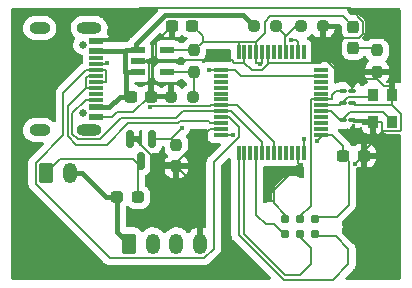
<source format=gbr>
%TF.GenerationSoftware,KiCad,Pcbnew,(6.0.7)*%
%TF.CreationDate,2022-09-26T20:50:42-04:00*%
%TF.ProjectId,STM32G4_USB_PD,53544d33-3247-4345-9f55-53425f50442e,rev?*%
%TF.SameCoordinates,Original*%
%TF.FileFunction,Copper,L1,Top*%
%TF.FilePolarity,Positive*%
%FSLAX46Y46*%
G04 Gerber Fmt 4.6, Leading zero omitted, Abs format (unit mm)*
G04 Created by KiCad (PCBNEW (6.0.7)) date 2022-09-26 20:50:42*
%MOMM*%
%LPD*%
G01*
G04 APERTURE LIST*
G04 Aperture macros list*
%AMRoundRect*
0 Rectangle with rounded corners*
0 $1 Rounding radius*
0 $2 $3 $4 $5 $6 $7 $8 $9 X,Y pos of 4 corners*
0 Add a 4 corners polygon primitive as box body*
4,1,4,$2,$3,$4,$5,$6,$7,$8,$9,$2,$3,0*
0 Add four circle primitives for the rounded corners*
1,1,$1+$1,$2,$3*
1,1,$1+$1,$4,$5*
1,1,$1+$1,$6,$7*
1,1,$1+$1,$8,$9*
0 Add four rect primitives between the rounded corners*
20,1,$1+$1,$2,$3,$4,$5,0*
20,1,$1+$1,$4,$5,$6,$7,0*
20,1,$1+$1,$6,$7,$8,$9,0*
20,1,$1+$1,$8,$9,$2,$3,0*%
G04 Aperture macros list end*
%TA.AperFunction,SMDPad,CuDef*%
%ADD10C,0.787000*%
%TD*%
%TA.AperFunction,SMDPad,CuDef*%
%ADD11RoundRect,0.237500X-0.237500X0.250000X-0.237500X-0.250000X0.237500X-0.250000X0.237500X0.250000X0*%
%TD*%
%TA.AperFunction,SMDPad,CuDef*%
%ADD12RoundRect,0.100000X-0.217500X-0.100000X0.217500X-0.100000X0.217500X0.100000X-0.217500X0.100000X0*%
%TD*%
%TA.AperFunction,SMDPad,CuDef*%
%ADD13RoundRect,0.237500X-0.250000X-0.237500X0.250000X-0.237500X0.250000X0.237500X-0.250000X0.237500X0*%
%TD*%
%TA.AperFunction,SMDPad,CuDef*%
%ADD14R,0.889000X1.016000*%
%TD*%
%TA.AperFunction,SMDPad,CuDef*%
%ADD15O,1.803400X0.990600*%
%TD*%
%TA.AperFunction,SMDPad,CuDef*%
%ADD16O,2.108200X0.990600*%
%TD*%
%TA.AperFunction,ComponentPad*%
%ADD17C,0.660400*%
%TD*%
%TA.AperFunction,SMDPad,CuDef*%
%ADD18R,1.143000X0.584200*%
%TD*%
%TA.AperFunction,SMDPad,CuDef*%
%ADD19R,1.143000X0.304800*%
%TD*%
%TA.AperFunction,SMDPad,CuDef*%
%ADD20RoundRect,0.237500X-0.287500X-0.237500X0.287500X-0.237500X0.287500X0.237500X-0.287500X0.237500X0*%
%TD*%
%TA.AperFunction,SMDPad,CuDef*%
%ADD21R,1.200000X0.600000*%
%TD*%
%TA.AperFunction,SMDPad,CuDef*%
%ADD22RoundRect,0.237500X-0.300000X-0.237500X0.300000X-0.237500X0.300000X0.237500X-0.300000X0.237500X0*%
%TD*%
%TA.AperFunction,SMDPad,CuDef*%
%ADD23RoundRect,0.237500X0.237500X-0.287500X0.237500X0.287500X-0.237500X0.287500X-0.237500X-0.287500X0*%
%TD*%
%TA.AperFunction,ComponentPad*%
%ADD24RoundRect,0.250000X-0.350000X-0.625000X0.350000X-0.625000X0.350000X0.625000X-0.350000X0.625000X0*%
%TD*%
%TA.AperFunction,ComponentPad*%
%ADD25O,1.200000X1.750000*%
%TD*%
%TA.AperFunction,SMDPad,CuDef*%
%ADD26R,0.304800X1.193800*%
%TD*%
%TA.AperFunction,SMDPad,CuDef*%
%ADD27R,1.193800X0.304800*%
%TD*%
%TA.AperFunction,SMDPad,CuDef*%
%ADD28RoundRect,0.237500X0.250000X0.237500X-0.250000X0.237500X-0.250000X-0.237500X0.250000X-0.237500X0*%
%TD*%
%TA.AperFunction,SMDPad,CuDef*%
%ADD29RoundRect,0.237500X0.300000X0.237500X-0.300000X0.237500X-0.300000X-0.237500X0.300000X-0.237500X0*%
%TD*%
%TA.AperFunction,SMDPad,CuDef*%
%ADD30RoundRect,0.150000X-0.150000X0.587500X-0.150000X-0.587500X0.150000X-0.587500X0.150000X0.587500X0*%
%TD*%
%TA.AperFunction,ViaPad*%
%ADD31C,0.400000*%
%TD*%
%TA.AperFunction,Conductor*%
%ADD32C,0.200000*%
%TD*%
%TA.AperFunction,Conductor*%
%ADD33C,0.400000*%
%TD*%
G04 APERTURE END LIST*
D10*
%TO.P,J2,1,1*%
%TO.N,+3.3V*%
X112270000Y-85865000D03*
%TO.P,J2,2,2*%
%TO.N,SWDIO*%
X112270000Y-87135000D03*
%TO.P,J2,3,3*%
%TO.N,nRESET*%
X111000000Y-85865000D03*
%TO.P,J2,4,4*%
%TO.N,SWCLK*%
X111000000Y-87135000D03*
%TO.P,J2,5,5*%
%TO.N,GND*%
X109730000Y-85865000D03*
%TO.P,J2,6,6*%
%TO.N,SWO*%
X109730000Y-87135000D03*
%TD*%
D11*
%TO.P,R3,1*%
%TO.N,+3.3V*%
X102000000Y-71587500D03*
%TO.P,R3,2*%
%TO.N,/V_FB*%
X102000000Y-73412500D03*
%TD*%
D12*
%TO.P,C6,1*%
%TO.N,nRESET*%
X114592500Y-75000000D03*
%TO.P,C6,2*%
%TO.N,GND*%
X115407500Y-75000000D03*
%TD*%
D13*
%TO.P,R1,1*%
%TO.N,V_USB*%
X107087500Y-69500000D03*
%TO.P,R1,2*%
%TO.N,VSENSE*%
X108912500Y-69500000D03*
%TD*%
D12*
%TO.P,C3,1*%
%TO.N,OSC_OUT*%
X114592500Y-76000000D03*
%TO.P,C3,2*%
%TO.N,GND*%
X115407500Y-76000000D03*
%TD*%
D14*
%TO.P,XTAL1,1,1*%
%TO.N,OSC_IN*%
X118800100Y-77604900D03*
%TO.P,XTAL1,2,2*%
%TO.N,GND*%
X118800100Y-75395100D03*
%TO.P,XTAL1,3,3*%
%TO.N,OSC_OUT*%
X117199900Y-75395100D03*
%TO.P,XTAL1,4,4*%
%TO.N,GND*%
X117199900Y-77604900D03*
%TD*%
D15*
%TO.P,J1,13*%
%TO.N,N/C*%
X88940200Y-69679998D03*
%TO.P,J1,14*%
X88940200Y-78320002D03*
D16*
%TO.P,J1,15*%
X93120200Y-69679998D03*
%TO.P,J1,16*%
X93120200Y-78320002D03*
D17*
%TO.P,J1,17*%
X92620201Y-71110001D03*
%TO.P,J1,18*%
X92620201Y-76889999D03*
D18*
%TO.P,J1,A1-B12,GND*%
%TO.N,GND*%
X93695200Y-70800000D03*
%TO.P,J1,A4-B9,VBUS*%
%TO.N,V_USB*%
X93695200Y-71599999D03*
D19*
%TO.P,J1,A5,CC1*%
%TO.N,USB_CC1*%
X93695200Y-72750000D03*
%TO.P,J1,A6,DP1*%
%TO.N,USB_D+*%
X93695200Y-73750000D03*
%TO.P,J1,A7,DN1*%
%TO.N,USB_D-*%
X93695200Y-74250000D03*
%TO.P,J1,A8,SBU1*%
%TO.N,unconnected-(J1-PadA8)*%
X93695200Y-75250000D03*
D18*
%TO.P,J1,B1-A12,GND*%
%TO.N,GND*%
X93695200Y-77200000D03*
%TO.P,J1,B4-A9,VBUS*%
%TO.N,V_USB*%
X93695200Y-76400001D03*
D19*
%TO.P,J1,B5,CC2*%
%TO.N,USB_CC2*%
X93695200Y-75749999D03*
%TO.P,J1,B6,DP2*%
%TO.N,USB_D+*%
X93695200Y-74750001D03*
%TO.P,J1,B7,DN2*%
%TO.N,USB_D-*%
X93695200Y-73249999D03*
%TO.P,J1,B8,SBU2*%
%TO.N,unconnected-(J1-PadB8)*%
X93695200Y-72250001D03*
%TD*%
D20*
%TO.P,D1,1,K*%
%TO.N,V_USB*%
X95500000Y-84000000D03*
%TO.P,D1,2,A*%
%TO.N,Net-(J4-Pad1)*%
X97250000Y-84000000D03*
%TD*%
D21*
%TO.P,U2,1,VIN*%
%TO.N,V_USB*%
X97250000Y-71550000D03*
%TO.P,U2,2,GND*%
%TO.N,GND*%
X97250000Y-72500000D03*
%TO.P,U2,3,EN*%
%TO.N,V_USB*%
X97250000Y-73450000D03*
%TO.P,U2,4,ADJ/NC*%
%TO.N,/V_FB*%
X99750000Y-73450000D03*
%TO.P,U2,5,VOUT*%
%TO.N,+3.3V*%
X99750000Y-71550000D03*
%TD*%
D22*
%TO.P,C4,1*%
%TO.N,V_USB*%
X96637500Y-75500000D03*
%TO.P,C4,2*%
%TO.N,GND*%
X98362500Y-75500000D03*
%TD*%
D23*
%TO.P,D2,1,K*%
%TO.N,Net-(D2-Pad1)*%
X115500000Y-71375000D03*
%TO.P,D2,2,A*%
%TO.N,+3.3V*%
X115500000Y-69625000D03*
%TD*%
D12*
%TO.P,C2,1*%
%TO.N,OSC_IN*%
X114592500Y-77500000D03*
%TO.P,C2,2*%
%TO.N,GND*%
X115407500Y-77500000D03*
%TD*%
D13*
%TO.P,R2,1*%
%TO.N,VSENSE*%
X111087500Y-69500000D03*
%TO.P,R2,2*%
%TO.N,GND*%
X112912500Y-69500000D03*
%TD*%
D24*
%TO.P,J4,1,Pin_1*%
%TO.N,Net-(J4-Pad1)*%
X89500000Y-81950000D03*
D25*
%TO.P,J4,2,Pin_2*%
%TO.N,V_USB*%
X91500000Y-81950000D03*
%TD*%
D26*
%TO.P,U1,48,VDD*%
%TO.N,+3.3V*%
X111273800Y-80234199D03*
%TO.P,U1,47,VSS*%
%TO.N,GND*%
X110773801Y-80234199D03*
%TO.P,U1,46,PB9*%
%TO.N,unconnected-(U1-Pad46)*%
X110273799Y-80234199D03*
%TO.P,U1,45,PB8-BOOT0*%
%TO.N,unconnected-(U1-Pad45)*%
X109773800Y-80234199D03*
%TO.P,U1,44,PB7*%
%TO.N,unconnected-(U1-Pad44)*%
X109273801Y-80234199D03*
%TO.P,U1,43,PB6*%
%TO.N,USB_CC1*%
X108773800Y-80234199D03*
%TO.P,U1,42,PB5*%
%TO.N,unconnected-(U1-Pad42)*%
X108273800Y-80234199D03*
%TO.P,U1,41,PB4*%
%TO.N,USB_CC2*%
X107773799Y-80234199D03*
%TO.P,U1,40,PB3*%
%TO.N,SWO*%
X107273800Y-80234199D03*
%TO.P,U1,39,PA15*%
%TO.N,unconnected-(U1-Pad39)*%
X106773801Y-80234199D03*
%TO.P,U1,38,PA14*%
%TO.N,SWCLK*%
X106273799Y-80234199D03*
%TO.P,U1,37,PA13*%
%TO.N,SWDIO*%
X105773800Y-80234199D03*
D27*
%TO.P,U1,36,VDD*%
%TO.N,+3.3V*%
X104273801Y-78734200D03*
%TO.P,U1,35,VSS*%
%TO.N,GND*%
X104273801Y-78234201D03*
%TO.P,U1,34,PA12*%
%TO.N,USB_D+*%
X104273801Y-77734199D03*
%TO.P,U1,33,PA11*%
%TO.N,USB_D-*%
X104273801Y-77234200D03*
%TO.P,U1,32,PA10*%
%TO.N,USB_CC2*%
X104273801Y-76734201D03*
%TO.P,U1,31,PA9*%
%TO.N,USB_CC1*%
X104273801Y-76234200D03*
%TO.P,U1,30,PA8*%
%TO.N,unconnected-(U1-Pad30)*%
X104273801Y-75734200D03*
%TO.P,U1,29,PB15*%
%TO.N,unconnected-(U1-Pad29)*%
X104273801Y-75234199D03*
%TO.P,U1,28,PB14*%
%TO.N,unconnected-(U1-Pad28)*%
X104273801Y-74734200D03*
%TO.P,U1,27,PB13*%
%TO.N,unconnected-(U1-Pad27)*%
X104273801Y-74234201D03*
%TO.P,U1,26,PB12*%
%TO.N,unconnected-(U1-Pad26)*%
X104273801Y-73734199D03*
%TO.P,U1,25,PB11*%
%TO.N,USART2_RX*%
X104273801Y-73234200D03*
D26*
%TO.P,U1,24,VDD*%
%TO.N,+3.3V*%
X105773800Y-71734201D03*
%TO.P,U1,23,VSS*%
%TO.N,GND*%
X106273799Y-71734201D03*
%TO.P,U1,22,PB10*%
%TO.N,USART3_TX*%
X106773801Y-71734201D03*
%TO.P,U1,21,VDDA*%
%TO.N,+3.3V*%
X107273800Y-71734201D03*
%TO.P,U1,20,VREF+*%
X107773799Y-71734201D03*
%TO.P,U1,19,VSSA*%
%TO.N,GND*%
X108273800Y-71734201D03*
%TO.P,U1,18,PB2*%
%TO.N,unconnected-(U1-Pad18)*%
X108773800Y-71734201D03*
%TO.P,U1,17,PB1*%
%TO.N,unconnected-(U1-Pad17)*%
X109273801Y-71734201D03*
%TO.P,U1,16,PB0*%
%TO.N,VSENSE*%
X109773800Y-71734201D03*
%TO.P,U1,15,PA7*%
%TO.N,unconnected-(U1-Pad15)*%
X110273799Y-71734201D03*
%TO.P,U1,14,PA6*%
%TO.N,MOTOR_PWM*%
X110773801Y-71734201D03*
%TO.P,U1,13,PA5*%
%TO.N,unconnected-(U1-Pad13)*%
X111273800Y-71734201D03*
D27*
%TO.P,U1,12,PA4*%
%TO.N,unconnected-(U1-Pad12)*%
X112773799Y-73234200D03*
%TO.P,U1,11,PA3*%
%TO.N,USART2_RX*%
X112773799Y-73734199D03*
%TO.P,U1,10,PA2*%
%TO.N,USART2_TX*%
X112773799Y-74234201D03*
%TO.P,U1,9,PA1*%
%TO.N,unconnected-(U1-Pad9)*%
X112773799Y-74734200D03*
%TO.P,U1,8,PA0*%
%TO.N,unconnected-(U1-Pad8)*%
X112773799Y-75234199D03*
%TO.P,U1,7,PG10-NRST*%
%TO.N,nRESET*%
X112773799Y-75734200D03*
%TO.P,U1,6,PF1-OSC_OUT*%
%TO.N,OSC_OUT*%
X112773799Y-76234200D03*
%TO.P,U1,5,PF0-OSC_IN*%
%TO.N,OSC_IN*%
X112773799Y-76734201D03*
%TO.P,U1,4,PC15-OSC32_OUT*%
%TO.N,unconnected-(U1-Pad4)*%
X112773799Y-77234200D03*
%TO.P,U1,3,PC14-OSC32_IN*%
%TO.N,unconnected-(U1-Pad3)*%
X112773799Y-77734199D03*
%TO.P,U1,2,PC13*%
%TO.N,unconnected-(U1-Pad2)*%
X112773799Y-78234201D03*
%TO.P,U1,1,VBAT*%
%TO.N,+3.3V*%
X112773799Y-78734200D03*
%TD*%
D28*
%TO.P,R4,1*%
%TO.N,/V_FB*%
X101912500Y-75500000D03*
%TO.P,R4,2*%
%TO.N,GND*%
X100087500Y-75500000D03*
%TD*%
D22*
%TO.P,C1,1*%
%TO.N,+3.3V*%
X114637500Y-80500000D03*
%TO.P,C1,2*%
%TO.N,GND*%
X116362500Y-80500000D03*
%TD*%
D29*
%TO.P,C5,1*%
%TO.N,+3.3V*%
X101862500Y-69500000D03*
%TO.P,C5,2*%
%TO.N,GND*%
X100137500Y-69500000D03*
%TD*%
D11*
%TO.P,R5,1*%
%TO.N,MOTOR_PWM*%
X100500000Y-79587500D03*
%TO.P,R5,2*%
%TO.N,GND*%
X100500000Y-81412500D03*
%TD*%
D30*
%TO.P,Q1,1,G*%
%TO.N,MOTOR_PWM*%
X98450000Y-79062500D03*
%TO.P,Q1,2,S*%
%TO.N,GND*%
X96550000Y-79062500D03*
%TO.P,Q1,3,D*%
%TO.N,Net-(J4-Pad1)*%
X97500000Y-80937500D03*
%TD*%
D24*
%TO.P,J3,1,Pin_1*%
%TO.N,V_USB*%
X96500000Y-87950000D03*
D25*
%TO.P,J3,2,Pin_2*%
%TO.N,unconnected-(J3-Pad2)*%
X98500000Y-87950000D03*
%TO.P,J3,3,Pin_3*%
%TO.N,USART2_RX*%
X100500000Y-87950000D03*
%TO.P,J3,4,Pin_4*%
%TO.N,GND*%
X102500000Y-87950000D03*
%TD*%
D11*
%TO.P,R6,1*%
%TO.N,Net-(D2-Pad1)*%
X117500000Y-71587500D03*
%TO.P,R6,2*%
%TO.N,GND*%
X117500000Y-73412500D03*
%TD*%
D31*
%TO.N,GND*%
X111075800Y-81243900D03*
X115633400Y-81230800D03*
%TO.N,V_USB*%
X94833400Y-76400000D03*
%TO.N,+3.3V*%
X111325200Y-79103000D03*
X105287200Y-78734200D03*
X112387500Y-79288900D03*
X107555200Y-72733900D03*
%TO.N,USB_CC1*%
X94677300Y-72681300D03*
X98314500Y-76406000D03*
%TO.N,USART2_RX*%
X103275800Y-73234200D03*
%TO.N,MOTOR_PWM*%
X100951200Y-78142800D03*
X110247300Y-70731500D03*
%TD*%
D32*
%TO.N,OSC_OUT*%
X114592000Y-75931800D02*
X114592000Y-76000000D01*
X115024000Y-75500000D02*
X114592000Y-75931800D01*
X117095000Y-75500000D02*
X115024000Y-75500000D01*
X117199900Y-75395100D02*
X117095000Y-75500000D01*
%TO.N,nRESET*%
X114020399Y-75000000D02*
X114592500Y-75000000D01*
X113670699Y-75349700D02*
X114020399Y-75000000D01*
X113623098Y-75734200D02*
X113670699Y-75686599D01*
X111876600Y-81136100D02*
X111876600Y-75734200D01*
X111924800Y-84719300D02*
X111924800Y-81184300D01*
X111924800Y-81184300D02*
X111876600Y-81136100D01*
X111876600Y-75734200D02*
X113623098Y-75734200D01*
X113670699Y-75686599D02*
X113670699Y-75349700D01*
X111000000Y-85644100D02*
X111924800Y-84719300D01*
X111000000Y-85865000D02*
X111000000Y-85644100D01*
X114592000Y-75000000D02*
X114592500Y-75000000D01*
%TO.N,OSC_IN*%
X117992000Y-76796900D02*
X115227000Y-76796900D01*
X114592000Y-77465900D02*
X114592500Y-77466400D01*
X118488500Y-77293300D02*
X118800100Y-77604900D01*
X114592000Y-77431800D02*
X114592000Y-77465900D01*
X112774000Y-76734300D02*
X112773900Y-76734300D01*
X118488400Y-77293300D02*
X117992000Y-76796900D01*
X112773900Y-76734300D02*
X112773800Y-76734200D01*
X114389000Y-77500000D02*
X113623000Y-76734300D01*
X114592000Y-77500000D02*
X114389000Y-77500000D01*
X115227000Y-76796900D02*
X114592000Y-77431800D01*
X118488400Y-77293300D02*
X118488500Y-77293300D01*
X114592000Y-77465900D02*
X114592000Y-77500000D01*
X118800000Y-77604900D02*
X118488400Y-77293300D01*
X113623000Y-76734300D02*
X112774000Y-76734300D01*
X114592500Y-77466400D02*
X114592500Y-77500000D01*
%TO.N,GND*%
X117944700Y-78349700D02*
X117944700Y-77604900D01*
X97250000Y-72500000D02*
X98150300Y-72500000D01*
X115407500Y-74657100D02*
X113102200Y-72351800D01*
X98761600Y-72246100D02*
X98944200Y-72428700D01*
X96850600Y-76799700D02*
X98150300Y-75500000D01*
X98761600Y-72246100D02*
X98761600Y-70875900D01*
X118087200Y-74586800D02*
X117500000Y-73999600D01*
X108787700Y-84540700D02*
X109730000Y-85483000D01*
X102500000Y-87950000D02*
X102500000Y-83412500D01*
X94567000Y-77200000D02*
X95048800Y-77200000D01*
X93695200Y-70800000D02*
X94567000Y-70800000D01*
X116362500Y-80500000D02*
X116362500Y-80501700D01*
X113102200Y-72351800D02*
X112912500Y-72351800D01*
X98404200Y-72246100D02*
X98761600Y-72246100D01*
X108787700Y-83379300D02*
X108787700Y-84540700D01*
X117199900Y-77604900D02*
X116455100Y-77604900D01*
X118800100Y-75395100D02*
X118800100Y-74586800D01*
X112912500Y-70500000D02*
X112912500Y-69500000D01*
X97339300Y-68027700D02*
X94567000Y-70800000D01*
X118800100Y-76203400D02*
X119544900Y-76948200D01*
X97012500Y-79062500D02*
X96550000Y-79062500D01*
X116362500Y-80501700D02*
X115633400Y-81230800D01*
X110904700Y-81262300D02*
X110773800Y-81131400D01*
X118800100Y-75395100D02*
X118800100Y-76203400D01*
X116362500Y-80500000D02*
X116362500Y-80073900D01*
X98150300Y-72500000D02*
X98404200Y-72246100D01*
X115407500Y-77500000D02*
X116350200Y-77500000D01*
X112912500Y-70500000D02*
X115973300Y-70500000D01*
X119544900Y-78284500D02*
X119408700Y-78420700D01*
X95449100Y-76799700D02*
X96850600Y-76799700D01*
X105195100Y-72428700D02*
X105397800Y-72631400D01*
X100500000Y-81110800D02*
X99060800Y-81110800D01*
X115973300Y-70500000D02*
X116314200Y-70159100D01*
X100087500Y-75500000D02*
X98362500Y-75500000D01*
X98761600Y-70875900D02*
X100137500Y-69500000D01*
X110773800Y-80234200D02*
X110773800Y-81131400D01*
X100500000Y-81412500D02*
X100500000Y-81110800D01*
X116065000Y-73999600D02*
X115407500Y-74657100D01*
X93695200Y-77200000D02*
X94567000Y-77200000D01*
X95048800Y-77200000D02*
X95449100Y-76799700D01*
X119408700Y-78420700D02*
X118015700Y-78420700D01*
X106910800Y-73268400D02*
X107762600Y-73268400D01*
X112912500Y-72351800D02*
X112632900Y-72631400D01*
X110923100Y-81243900D02*
X110904700Y-81262300D01*
X104273800Y-78234200D02*
X103376600Y-78234200D01*
X112632900Y-72631400D02*
X108273800Y-72631400D01*
X117500000Y-73999600D02*
X116065000Y-73999600D01*
X98150300Y-75500000D02*
X98150300Y-72500000D01*
X107762600Y-73268400D02*
X108273800Y-72757200D01*
X108273800Y-71734200D02*
X108273800Y-72631400D01*
X105397800Y-72631400D02*
X106273800Y-72631400D01*
X118015700Y-78420700D02*
X117944700Y-78349700D01*
X110904700Y-81262300D02*
X108787700Y-83379300D01*
X115407500Y-74657100D02*
X115407500Y-75000000D01*
X119544900Y-76948200D02*
X119544900Y-78284500D01*
X100500000Y-81110800D02*
X103376600Y-78234200D01*
X116314200Y-69146100D02*
X115195800Y-68027700D01*
X98944200Y-72428700D02*
X105195100Y-72428700D01*
X115195800Y-68027700D02*
X97339300Y-68027700D01*
X109730000Y-85483000D02*
X109730000Y-85865000D01*
X108273800Y-72757200D02*
X108273800Y-72631400D01*
X106273800Y-71734200D02*
X106273800Y-72631400D01*
X116314200Y-70159100D02*
X116314200Y-69146100D01*
X115610900Y-76203400D02*
X118800100Y-76203400D01*
X117199900Y-77604900D02*
X117944700Y-77604900D01*
X112912500Y-72351800D02*
X112912500Y-70500000D01*
X116362500Y-80073900D02*
X118015700Y-78420700D01*
X116350200Y-77500000D02*
X116455100Y-77604900D01*
X118800100Y-74586800D02*
X118087200Y-74586800D01*
X106273800Y-72631400D02*
X106910800Y-73268400D01*
X98362500Y-75500000D02*
X98150300Y-75500000D01*
X99060800Y-81110800D02*
X97012500Y-79062500D01*
X111075800Y-81243900D02*
X110923100Y-81243900D01*
X117500000Y-73999600D02*
X117500000Y-73412500D01*
X115407500Y-76000000D02*
X115610900Y-76203400D01*
X102500000Y-83412500D02*
X100500000Y-81412500D01*
%TO.N,OSC_OUT*%
X114592000Y-76000000D02*
X114358000Y-76234200D01*
X112773800Y-76234200D02*
X112774000Y-76234200D01*
X114358000Y-76234200D02*
X112774000Y-76234200D01*
X114592500Y-76000000D02*
X114592000Y-76000000D01*
X117200000Y-75395100D02*
X117199900Y-75395100D01*
D33*
%TO.N,V_USB*%
X106184200Y-68596700D02*
X107087500Y-69500000D01*
X96637500Y-75500000D02*
X96249800Y-75500000D01*
X94550300Y-84000000D02*
X92500300Y-81950000D01*
X99561400Y-68596700D02*
X106184200Y-68596700D01*
X96500000Y-87950000D02*
X95500000Y-86950000D01*
X91500000Y-81950000D02*
X92500300Y-81950000D01*
X94667000Y-71600000D02*
X96199700Y-71600000D01*
X95500000Y-84000000D02*
X94550300Y-84000000D01*
X97125000Y-71033100D02*
X99561400Y-68596700D01*
X95733400Y-75500000D02*
X94833400Y-76400000D01*
X96199700Y-73399900D02*
X96199700Y-71600000D01*
X94833400Y-76400000D02*
X93695200Y-76400000D01*
X96199700Y-71600000D02*
X96249700Y-71550000D01*
X97250000Y-71550000D02*
X97125000Y-71550000D01*
X97250000Y-73450000D02*
X96249800Y-73450000D01*
X96249800Y-75500000D02*
X95733400Y-75500000D01*
X96249800Y-75500000D02*
X96249800Y-73450000D01*
X95500000Y-86950000D02*
X95500000Y-84000000D01*
X96249800Y-73450000D02*
X96199700Y-73399900D01*
X97125000Y-71550000D02*
X96249700Y-71550000D01*
X97125000Y-71550000D02*
X97125000Y-71033100D01*
X93695200Y-71600000D02*
X94667000Y-71600000D01*
D32*
%TO.N,+3.3V*%
X105773800Y-70837000D02*
X107273800Y-70837000D01*
X107273800Y-71734200D02*
X107273800Y-70937100D01*
X105171000Y-78734200D02*
X105287200Y-78734200D01*
X114637500Y-80500000D02*
X115084400Y-80946900D01*
X114637500Y-79700700D02*
X114637500Y-80500000D01*
X111325200Y-79285600D02*
X111273800Y-79337000D01*
X102037500Y-71550000D02*
X102750500Y-70837000D01*
X105773800Y-71734200D02*
X105773800Y-70837000D01*
X107273800Y-70937100D02*
X107273800Y-70837000D01*
X112773800Y-78734200D02*
X113671000Y-78734200D01*
X102750500Y-70388000D02*
X101862500Y-69500000D01*
X108451400Y-68705700D02*
X114580700Y-68705700D01*
X102750500Y-70837000D02*
X102750500Y-70388000D01*
X115084400Y-84655800D02*
X114077700Y-85662500D01*
X108000000Y-69157100D02*
X108451400Y-68705700D01*
X102000000Y-71550000D02*
X102037500Y-71550000D01*
X113671000Y-78734200D02*
X114637500Y-79700700D01*
X111325200Y-79103000D02*
X111325200Y-79285600D01*
X114077700Y-85662500D02*
X112472500Y-85662500D01*
X102000000Y-71550000D02*
X102000000Y-71587500D01*
X107773800Y-72631400D02*
X107555200Y-72631400D01*
X107273800Y-71734200D02*
X107273800Y-72631400D01*
X111273800Y-80234200D02*
X111273800Y-79337000D01*
X112472500Y-85662500D02*
X112270000Y-85865000D01*
X112773800Y-78902600D02*
X112387500Y-79288900D01*
X107555200Y-72631400D02*
X107555200Y-72733900D01*
X99750000Y-71550000D02*
X100650300Y-71550000D01*
X102000000Y-71550000D02*
X100650300Y-71550000D01*
X108000000Y-70110800D02*
X108000000Y-69157100D01*
X107555200Y-72631400D02*
X107273800Y-72631400D01*
X107273800Y-70837000D02*
X108000000Y-70110800D01*
X114580700Y-68705700D02*
X115500000Y-69625000D01*
X104273800Y-78734200D02*
X105171000Y-78734200D01*
X112773800Y-78734200D02*
X112773800Y-78902600D01*
X115084400Y-80946900D02*
X115084400Y-84655800D01*
X107773800Y-71734200D02*
X107773800Y-72631400D01*
X102750500Y-70837000D02*
X105773800Y-70837000D01*
%TO.N,Net-(J4-Pad1)*%
X97250000Y-81187500D02*
X97250000Y-84000000D01*
X97500000Y-80937500D02*
X97250000Y-81187500D01*
X90680400Y-80769600D02*
X89500000Y-81950000D01*
X96832100Y-80769600D02*
X90680400Y-80769600D01*
X97250000Y-81187500D02*
X96832100Y-80769600D01*
%TO.N,USB_CC1*%
X104273800Y-76234200D02*
X103376600Y-76234200D01*
X94567000Y-72750000D02*
X94608600Y-72750000D01*
X105671000Y-76234200D02*
X104273800Y-76234200D01*
X103376600Y-76234200D02*
X103334500Y-76276300D01*
X108773800Y-79337000D02*
X105671000Y-76234200D01*
X108773800Y-80234200D02*
X108773800Y-79337000D01*
X103334500Y-76276300D02*
X98444200Y-76276300D01*
X98444200Y-76276300D02*
X98314500Y-76406000D01*
X93695200Y-72750000D02*
X94567000Y-72750000D01*
X94608600Y-72750000D02*
X94677300Y-72681300D01*
%TO.N,USB_D-*%
X105803300Y-78926000D02*
X105803300Y-78042300D01*
X93695200Y-73250000D02*
X94567000Y-73250000D01*
X90906500Y-78765800D02*
X88584000Y-81088300D01*
X88584000Y-81088300D02*
X88584000Y-82859900D01*
X93695200Y-74250000D02*
X94567000Y-74250000D01*
X92823400Y-73250000D02*
X90906500Y-75166900D01*
X94567000Y-73250000D02*
X94567000Y-74250000D01*
X94876900Y-89152800D02*
X102875700Y-89152800D01*
X93695200Y-73250000D02*
X92823400Y-73250000D01*
X103660400Y-88368100D02*
X103660400Y-81068900D01*
X105803300Y-78042300D02*
X104995200Y-77234200D01*
X90906500Y-75166900D02*
X90906500Y-78765800D01*
X103660400Y-81068900D02*
X105803300Y-78926000D01*
X88584000Y-82859900D02*
X94876900Y-89152800D01*
X104995200Y-77234200D02*
X104273800Y-77234200D01*
X102875700Y-89152800D02*
X103660400Y-88368100D01*
%TO.N,USB_D+*%
X92990400Y-73750000D02*
X93695200Y-73750000D01*
X92823400Y-73917000D02*
X92990400Y-73750000D01*
X103376600Y-77734200D02*
X103239800Y-77597400D01*
X92823400Y-74750000D02*
X92823400Y-73917000D01*
X91306900Y-76266500D02*
X92823400Y-74750000D01*
X104273800Y-77734200D02*
X103376600Y-77734200D01*
X103239800Y-77597400D02*
X100789100Y-77597400D01*
X91999100Y-79552500D02*
X91306900Y-78860300D01*
X91306900Y-78860300D02*
X91306900Y-76266500D01*
X100789100Y-77597400D02*
X100652300Y-77734200D01*
X96446500Y-77734200D02*
X94628200Y-79552500D01*
X94628200Y-79552500D02*
X91999100Y-79552500D01*
X93695200Y-74750000D02*
X92923500Y-74750000D01*
X92923500Y-74750000D02*
X92823400Y-74750000D01*
X100652300Y-77734200D02*
X96446500Y-77734200D01*
%TO.N,USB_CC2*%
X91715100Y-78646700D02*
X91715100Y-76858300D01*
X105171000Y-76734200D02*
X104273800Y-76734200D01*
X101086200Y-76734200D02*
X100491400Y-77329000D01*
X103376600Y-76734200D02*
X101086200Y-76734200D01*
X107773800Y-79337000D02*
X105171000Y-76734200D01*
X95812300Y-77329000D02*
X94024600Y-79116700D01*
X100491400Y-77329000D02*
X95812300Y-77329000D01*
X91715100Y-76858300D02*
X92823400Y-75750000D01*
X92185100Y-79116700D02*
X91715100Y-78646700D01*
X107773800Y-80234200D02*
X107773800Y-79337000D01*
X104273800Y-76734200D02*
X103376600Y-76734200D01*
X93695200Y-75750000D02*
X92823400Y-75750000D01*
X94024600Y-79116700D02*
X92185100Y-79116700D01*
%TO.N,USART2_RX*%
X104273800Y-73234200D02*
X105444900Y-73234200D01*
X103376600Y-73234200D02*
X103275800Y-73234200D01*
X105444900Y-73234200D02*
X105944900Y-73734200D01*
X104273800Y-73234200D02*
X103376600Y-73234200D01*
X105944900Y-73734200D02*
X112773800Y-73734200D01*
%TO.N,MOTOR_PWM*%
X100031500Y-79062500D02*
X100951200Y-78142800D01*
X110668300Y-70731500D02*
X110773800Y-70837000D01*
X98450000Y-79062500D02*
X100031500Y-79062500D01*
X110247300Y-70731500D02*
X110668300Y-70731500D01*
X110773800Y-71734200D02*
X110773800Y-70837000D01*
X100031500Y-79062500D02*
X100500000Y-79531000D01*
X100500000Y-79531000D02*
X100500000Y-79587500D01*
%TO.N,VSENSE*%
X111087500Y-69500000D02*
X110635100Y-69500000D01*
X109747000Y-71707400D02*
X109773800Y-71734200D01*
X109773800Y-70361300D02*
X109747000Y-70388100D01*
X110635100Y-69500000D02*
X109773800Y-70361300D01*
X109773800Y-70361300D02*
X108912500Y-69500000D01*
X109747000Y-70388100D02*
X109747000Y-71707400D01*
%TO.N,/V_FB*%
X100650300Y-73450000D02*
X100687800Y-73412500D01*
X101912500Y-75500000D02*
X102000000Y-75412500D01*
X100687800Y-73412500D02*
X102000000Y-73412500D01*
X102000000Y-75412500D02*
X102000000Y-73412500D01*
X99750000Y-73450000D02*
X100650300Y-73450000D01*
%TO.N,SWDIO*%
X109588400Y-91019300D02*
X113746100Y-91019300D01*
X112472400Y-87337500D02*
X112472400Y-87337400D01*
X105773800Y-87204700D02*
X109588400Y-91019300D01*
X113746100Y-91019300D02*
X115072500Y-89692900D01*
X114012100Y-87337500D02*
X112472400Y-87337500D01*
X115072500Y-88397900D02*
X114012100Y-87337500D01*
X115072500Y-89692900D02*
X115072500Y-88397900D01*
X112472400Y-87337400D02*
X112270000Y-87135000D01*
X105773800Y-80234200D02*
X105773800Y-87204700D01*
%TO.N,SWCLK*%
X106273900Y-87126900D02*
X106273900Y-81131400D01*
X111000000Y-87135000D02*
X111000000Y-87355900D01*
X111923700Y-88279600D02*
X111923700Y-89639400D01*
X111923700Y-89639400D02*
X110982200Y-90580900D01*
X109727900Y-90580900D02*
X106273900Y-87126900D01*
X111000000Y-87355900D02*
X111923700Y-88279600D01*
X106273900Y-81131400D02*
X106273800Y-81131400D01*
X110982200Y-90580900D02*
X109727900Y-90580900D01*
X106273800Y-80234200D02*
X106273800Y-81131400D01*
%TO.N,SWO*%
X107273800Y-81131400D02*
X107273800Y-85497700D01*
X109622100Y-87135000D02*
X109730000Y-87135000D01*
X107273800Y-80234200D02*
X107273800Y-81131400D01*
X107273800Y-85497700D02*
X108093900Y-86317800D01*
X108804900Y-86317800D02*
X109622100Y-87135000D01*
X108093900Y-86317800D02*
X108804900Y-86317800D01*
%TO.N,Net-(D2-Pad1)*%
X117287500Y-71375000D02*
X117500000Y-71587500D01*
X115500000Y-71375000D02*
X117287500Y-71375000D01*
%TD*%
%TA.AperFunction,Conductor*%
%TO.N,GND*%
G36*
X117396021Y-77425402D02*
G01*
X117442514Y-77479058D01*
X117453900Y-77531400D01*
X117453900Y-78602784D01*
X117458375Y-78618023D01*
X117459765Y-78619228D01*
X117467448Y-78620899D01*
X117689069Y-78620899D01*
X117695890Y-78620529D01*
X117746752Y-78615005D01*
X117762004Y-78611379D01*
X117882454Y-78566224D01*
X117898049Y-78557686D01*
X117924018Y-78538223D01*
X117990525Y-78513375D01*
X118059907Y-78528428D01*
X118075148Y-78538223D01*
X118108895Y-78563515D01*
X118245284Y-78614645D01*
X118307466Y-78621400D01*
X119292734Y-78621400D01*
X119296129Y-78621031D01*
X119296133Y-78621031D01*
X119351893Y-78614974D01*
X119421776Y-78627503D01*
X119473791Y-78675824D01*
X119491500Y-78740237D01*
X119491500Y-90865500D01*
X119471498Y-90933621D01*
X119417842Y-90980114D01*
X119365500Y-90991500D01*
X114938639Y-90991500D01*
X114870518Y-90971498D01*
X114824025Y-90917842D01*
X114813921Y-90847568D01*
X114843415Y-90782988D01*
X114849544Y-90776405D01*
X115468734Y-90157215D01*
X115481125Y-90146348D01*
X115499937Y-90131913D01*
X115506487Y-90126887D01*
X115530974Y-90094975D01*
X115530978Y-90094971D01*
X115604024Y-89999776D01*
X115665338Y-89851751D01*
X115672381Y-89798250D01*
X115681000Y-89732785D01*
X115681000Y-89732780D01*
X115686250Y-89692900D01*
X115682078Y-89661207D01*
X115681000Y-89644764D01*
X115681000Y-88446036D01*
X115682078Y-88429590D01*
X115685172Y-88406088D01*
X115686250Y-88397900D01*
X115681000Y-88358020D01*
X115681000Y-88358015D01*
X115677794Y-88333663D01*
X115667391Y-88254641D01*
X115667390Y-88254639D01*
X115665338Y-88239050D01*
X115665338Y-88239049D01*
X115604024Y-88091024D01*
X115594031Y-88078000D01*
X115530983Y-87995836D01*
X115530977Y-87995828D01*
X115530974Y-87995825D01*
X115506487Y-87963913D01*
X115499932Y-87958883D01*
X115481121Y-87944448D01*
X115468730Y-87933581D01*
X114543767Y-87008618D01*
X114509741Y-86946306D01*
X114512497Y-86882266D01*
X114565656Y-86710537D01*
X114574688Y-86624608D01*
X114586372Y-86513438D01*
X114586372Y-86513437D01*
X114587016Y-86507310D01*
X114568496Y-86303804D01*
X114566756Y-86297893D01*
X114566755Y-86297886D01*
X114527871Y-86165770D01*
X114527825Y-86094774D01*
X114559649Y-86041100D01*
X115480634Y-85120115D01*
X115493025Y-85109248D01*
X115511837Y-85094813D01*
X115518387Y-85089787D01*
X115542874Y-85057875D01*
X115542878Y-85057871D01*
X115615924Y-84962676D01*
X115673187Y-84824431D01*
X115674079Y-84822278D01*
X115674079Y-84822277D01*
X115677238Y-84814651D01*
X115680305Y-84791351D01*
X115692900Y-84695685D01*
X115692900Y-84695680D01*
X115698150Y-84655800D01*
X115693978Y-84624107D01*
X115692900Y-84607664D01*
X115692900Y-81574916D01*
X115712902Y-81506795D01*
X115766558Y-81460302D01*
X115836832Y-81450198D01*
X115858568Y-81455323D01*
X115903769Y-81470316D01*
X115917132Y-81473181D01*
X116009770Y-81482672D01*
X116016185Y-81483000D01*
X116090385Y-81483000D01*
X116105624Y-81478525D01*
X116106829Y-81477135D01*
X116108500Y-81469452D01*
X116108500Y-81464885D01*
X116616500Y-81464885D01*
X116620975Y-81480124D01*
X116622365Y-81481329D01*
X116630048Y-81483000D01*
X116708766Y-81483000D01*
X116715282Y-81482663D01*
X116809132Y-81472925D01*
X116822528Y-81470032D01*
X116973953Y-81419512D01*
X116987115Y-81413347D01*
X117122492Y-81329574D01*
X117133890Y-81320540D01*
X117246363Y-81207871D01*
X117255375Y-81196460D01*
X117338912Y-81060937D01*
X117345056Y-81047759D01*
X117395315Y-80896234D01*
X117398181Y-80882868D01*
X117407672Y-80790230D01*
X117408000Y-80783815D01*
X117408000Y-80772115D01*
X117403525Y-80756876D01*
X117402135Y-80755671D01*
X117394452Y-80754000D01*
X116634615Y-80754000D01*
X116619376Y-80758475D01*
X116618171Y-80759865D01*
X116616500Y-80767548D01*
X116616500Y-81464885D01*
X116108500Y-81464885D01*
X116108500Y-80227885D01*
X116616500Y-80227885D01*
X116620975Y-80243124D01*
X116622365Y-80244329D01*
X116630048Y-80246000D01*
X117389885Y-80246000D01*
X117405124Y-80241525D01*
X117406329Y-80240135D01*
X117408000Y-80232452D01*
X117408000Y-80216234D01*
X117407663Y-80209718D01*
X117397925Y-80115868D01*
X117395032Y-80102472D01*
X117344512Y-79951047D01*
X117338347Y-79937885D01*
X117254574Y-79802508D01*
X117245540Y-79791110D01*
X117132871Y-79678637D01*
X117121460Y-79669625D01*
X116985937Y-79586088D01*
X116972759Y-79579944D01*
X116821234Y-79529685D01*
X116807868Y-79526819D01*
X116715230Y-79517328D01*
X116708815Y-79517000D01*
X116634615Y-79517000D01*
X116619376Y-79521475D01*
X116618171Y-79522865D01*
X116616500Y-79530548D01*
X116616500Y-80227885D01*
X116108500Y-80227885D01*
X116108500Y-79535115D01*
X116104025Y-79519876D01*
X116102635Y-79518671D01*
X116094952Y-79517000D01*
X116016234Y-79517000D01*
X116009718Y-79517337D01*
X115915868Y-79527075D01*
X115902472Y-79529968D01*
X115751047Y-79580488D01*
X115737885Y-79586653D01*
X115602508Y-79670426D01*
X115591106Y-79679464D01*
X115589433Y-79681139D01*
X115588007Y-79681919D01*
X115585373Y-79684007D01*
X115585016Y-79683556D01*
X115527151Y-79715219D01*
X115456331Y-79710216D01*
X115411246Y-79681299D01*
X115408185Y-79678244D01*
X115403003Y-79673071D01*
X115364162Y-79649129D01*
X115278822Y-79596524D01*
X115228529Y-79537482D01*
X115199638Y-79467734D01*
X115169024Y-79393825D01*
X115162691Y-79385571D01*
X115129794Y-79342700D01*
X115129793Y-79342699D01*
X115121453Y-79331829D01*
X115095977Y-79298628D01*
X115095974Y-79298625D01*
X115083025Y-79281749D01*
X115076516Y-79273266D01*
X115076513Y-79273263D01*
X115071487Y-79266713D01*
X115056538Y-79255242D01*
X115046121Y-79247248D01*
X115033730Y-79236381D01*
X114218394Y-78421045D01*
X114184368Y-78358733D01*
X114189433Y-78287918D01*
X114231980Y-78231082D01*
X114298500Y-78206271D01*
X114323933Y-78207028D01*
X114335115Y-78208500D01*
X114592468Y-78208500D01*
X114849884Y-78208499D01*
X114853969Y-78207961D01*
X114853973Y-78207961D01*
X114960655Y-78193917D01*
X114960656Y-78193917D01*
X114968850Y-78192838D01*
X114971230Y-78191852D01*
X115033590Y-78191852D01*
X115039474Y-78193429D01*
X115146066Y-78207462D01*
X115154275Y-78208000D01*
X115189385Y-78208000D01*
X115204624Y-78203525D01*
X115205829Y-78202135D01*
X115207500Y-78194452D01*
X115207500Y-78121140D01*
X115227502Y-78053019D01*
X115240981Y-78036294D01*
X115243987Y-78033987D01*
X115341524Y-77906875D01*
X115365091Y-77849979D01*
X115409639Y-77794698D01*
X115477003Y-77772277D01*
X115545794Y-77789835D01*
X115594172Y-77841797D01*
X115607500Y-77898197D01*
X115607500Y-78189884D01*
X115611975Y-78205123D01*
X115613365Y-78206328D01*
X115621048Y-78207999D01*
X115660723Y-78207999D01*
X115668935Y-78207461D01*
X115775533Y-78193428D01*
X115791348Y-78189190D01*
X115923993Y-78134247D01*
X115938172Y-78126061D01*
X116044696Y-78044321D01*
X116110916Y-78018720D01*
X116180465Y-78032984D01*
X116231262Y-78082585D01*
X116247401Y-78144283D01*
X116247401Y-78157569D01*
X116247771Y-78164390D01*
X116253295Y-78215252D01*
X116256921Y-78230504D01*
X116302076Y-78350954D01*
X116310614Y-78366549D01*
X116387115Y-78468624D01*
X116399676Y-78481185D01*
X116501751Y-78557686D01*
X116517346Y-78566224D01*
X116637794Y-78611378D01*
X116653049Y-78615005D01*
X116703914Y-78620531D01*
X116710728Y-78620900D01*
X116927785Y-78620900D01*
X116943024Y-78616425D01*
X116944229Y-78615035D01*
X116945900Y-78607352D01*
X116945900Y-77877015D01*
X116941425Y-77861776D01*
X116940035Y-77860571D01*
X116932352Y-77858900D01*
X116333400Y-77858900D01*
X116265279Y-77838898D01*
X116218786Y-77785242D01*
X116207400Y-77732900D01*
X116207400Y-77718115D01*
X116202925Y-77702876D01*
X116201535Y-77701671D01*
X116193852Y-77700000D01*
X115625614Y-77700000D01*
X115579997Y-77713394D01*
X115509001Y-77713394D01*
X115449275Y-77675010D01*
X115419782Y-77610429D01*
X115418500Y-77592500D01*
X115418500Y-77566851D01*
X115418499Y-77531401D01*
X115438500Y-77463281D01*
X115492155Y-77416787D01*
X115544499Y-77405400D01*
X117327900Y-77405400D01*
X117396021Y-77425402D01*
G37*
%TD.AperFunction*%
%TA.AperFunction,Conductor*%
G36*
X98911561Y-68028502D02*
G01*
X98958054Y-68082158D01*
X98968158Y-68152432D01*
X98938664Y-68217012D01*
X98932535Y-68223595D01*
X96644480Y-70511650D01*
X96638215Y-70517504D01*
X96594615Y-70555539D01*
X96590248Y-70561753D01*
X96557872Y-70607819D01*
X96553939Y-70613114D01*
X96514524Y-70663382D01*
X96511401Y-70670298D01*
X96510017Y-70672584D01*
X96501643Y-70687265D01*
X96500378Y-70689625D01*
X96496010Y-70695839D01*
X96493250Y-70702918D01*
X96493249Y-70702920D01*
X96485049Y-70723952D01*
X96441669Y-70780154D01*
X96411886Y-70796165D01*
X96403295Y-70799385D01*
X96380689Y-70816327D01*
X96314185Y-70841174D01*
X96305126Y-70841500D01*
X96278627Y-70841500D01*
X96270058Y-70841208D01*
X96219925Y-70837790D01*
X96219921Y-70837790D01*
X96212348Y-70837274D01*
X96149381Y-70848264D01*
X96142869Y-70849224D01*
X96079458Y-70856898D01*
X96072357Y-70859581D01*
X96069748Y-70860222D01*
X96053415Y-70864691D01*
X96050894Y-70865452D01*
X96043417Y-70866757D01*
X96036471Y-70869806D01*
X96036468Y-70869807D01*
X96011257Y-70880874D01*
X95960612Y-70891500D01*
X94601035Y-70891500D01*
X94532914Y-70871498D01*
X94525471Y-70866327D01*
X94520591Y-70862670D01*
X94513405Y-70857284D01*
X94377016Y-70806154D01*
X94314834Y-70799399D01*
X94217279Y-70799399D01*
X94149158Y-70779397D01*
X94102665Y-70725741D01*
X94092561Y-70655467D01*
X94122055Y-70590887D01*
X94156196Y-70563196D01*
X94158720Y-70561797D01*
X94219803Y-70546000D01*
X94756584Y-70546000D01*
X94771823Y-70541525D01*
X94773028Y-70540135D01*
X94774699Y-70532452D01*
X94774699Y-70463231D01*
X94774329Y-70456410D01*
X94768805Y-70405548D01*
X94765179Y-70390296D01*
X94720024Y-70269846D01*
X94711486Y-70254251D01*
X94638945Y-70157460D01*
X94614097Y-70090953D01*
X94621674Y-70037974D01*
X94621878Y-70037426D01*
X94624696Y-70031699D01*
X94676100Y-69834357D01*
X94681969Y-69722356D01*
X94686438Y-69637092D01*
X94686438Y-69637088D01*
X94686772Y-69630710D01*
X94656278Y-69429076D01*
X94621473Y-69334477D01*
X94588067Y-69243682D01*
X94588066Y-69243681D01*
X94585863Y-69237692D01*
X94478402Y-69064376D01*
X94338286Y-68916207D01*
X94266292Y-68865796D01*
X94176472Y-68802904D01*
X94176471Y-68802903D01*
X94171239Y-68799240D01*
X93984084Y-68718251D01*
X93933627Y-68707710D01*
X93789212Y-68677539D01*
X93789208Y-68677539D01*
X93784467Y-68676548D01*
X93779630Y-68676295D01*
X93779626Y-68676294D01*
X93779560Y-68676291D01*
X93777788Y-68676198D01*
X92510433Y-68676198D01*
X92437787Y-68683577D01*
X92364866Y-68690984D01*
X92364865Y-68690984D01*
X92358517Y-68691629D01*
X92163922Y-68752612D01*
X91985563Y-68851477D01*
X91830727Y-68984188D01*
X91705739Y-69145322D01*
X91615704Y-69328297D01*
X91614095Y-69334475D01*
X91614094Y-69334477D01*
X91570445Y-69502049D01*
X91564300Y-69525639D01*
X91563966Y-69532018D01*
X91557257Y-69660044D01*
X91553628Y-69729286D01*
X91584122Y-69930920D01*
X91586328Y-69936915D01*
X91586328Y-69936916D01*
X91633856Y-70066093D01*
X91654537Y-70122304D01*
X91732738Y-70248428D01*
X91758380Y-70289784D01*
X91761998Y-70295620D01*
X91766379Y-70300253D01*
X91766380Y-70300254D01*
X91791605Y-70326929D01*
X91902114Y-70443789D01*
X91907340Y-70447448D01*
X91912173Y-70451620D01*
X91910520Y-70453534D01*
X91947843Y-70500231D01*
X91955148Y-70570851D01*
X91936781Y-70613640D01*
X91937941Y-70614310D01*
X91854725Y-70758445D01*
X91849790Y-70766992D01*
X91827234Y-70836412D01*
X91799726Y-70921075D01*
X91795310Y-70934665D01*
X91794620Y-70941228D01*
X91794620Y-70941229D01*
X91784793Y-71034729D01*
X91776881Y-71110001D01*
X91795310Y-71285337D01*
X91849790Y-71453010D01*
X91937941Y-71605692D01*
X92055910Y-71736710D01*
X92147031Y-71802914D01*
X92174170Y-71822631D01*
X92198541Y-71840338D01*
X92204570Y-71843022D01*
X92204573Y-71843024D01*
X92353565Y-71909359D01*
X92353568Y-71909360D01*
X92359601Y-71912046D01*
X92515398Y-71945162D01*
X92577870Y-71978889D01*
X92612192Y-72041039D01*
X92615200Y-72068408D01*
X92615200Y-72450535D01*
X92615569Y-72453928D01*
X92615569Y-72453935D01*
X92619095Y-72486393D01*
X92619095Y-72513607D01*
X92615569Y-72546065D01*
X92615200Y-72549466D01*
X92615200Y-72593412D01*
X92595198Y-72661533D01*
X92537420Y-72709820D01*
X92524156Y-72715314D01*
X92524152Y-72715317D01*
X92516524Y-72718476D01*
X92509973Y-72723503D01*
X92509971Y-72723504D01*
X92440273Y-72776986D01*
X92421328Y-72791523D01*
X92421325Y-72791526D01*
X92389413Y-72816013D01*
X92384383Y-72822568D01*
X92369948Y-72841379D01*
X92359081Y-72853770D01*
X90510266Y-74702585D01*
X90497875Y-74713452D01*
X90472513Y-74732913D01*
X90448026Y-74764825D01*
X90448023Y-74764828D01*
X90448017Y-74764836D01*
X90409356Y-74815220D01*
X90374976Y-74860024D01*
X90313662Y-75008049D01*
X90312584Y-75016236D01*
X90312584Y-75016237D01*
X90311109Y-75027442D01*
X90307760Y-75052882D01*
X90298000Y-75127015D01*
X90298000Y-75127020D01*
X90292750Y-75166900D01*
X90293828Y-75175088D01*
X90296922Y-75198590D01*
X90298000Y-75215036D01*
X90298000Y-77548489D01*
X90277998Y-77616610D01*
X90224342Y-77663103D01*
X90154068Y-77673207D01*
X90089488Y-77643713D01*
X90080451Y-77635062D01*
X90010271Y-77560848D01*
X90005886Y-77556211D01*
X89909025Y-77488388D01*
X89844072Y-77442908D01*
X89844071Y-77442907D01*
X89838839Y-77439244D01*
X89651684Y-77358255D01*
X89601227Y-77347714D01*
X89456812Y-77317543D01*
X89456808Y-77317543D01*
X89452067Y-77316552D01*
X89447230Y-77316299D01*
X89447226Y-77316298D01*
X89447160Y-77316295D01*
X89445388Y-77316202D01*
X88482833Y-77316202D01*
X88410187Y-77323581D01*
X88337266Y-77330988D01*
X88337265Y-77330988D01*
X88330917Y-77331633D01*
X88136322Y-77392616D01*
X87957963Y-77491481D01*
X87803127Y-77624192D01*
X87678139Y-77785326D01*
X87588104Y-77968301D01*
X87586495Y-77974479D01*
X87586494Y-77974481D01*
X87566037Y-78053019D01*
X87536700Y-78165643D01*
X87534480Y-78208000D01*
X87526536Y-78359605D01*
X87526028Y-78369290D01*
X87556522Y-78570924D01*
X87558728Y-78576919D01*
X87558728Y-78576920D01*
X87618817Y-78740237D01*
X87626937Y-78762308D01*
X87698995Y-78878525D01*
X87723737Y-78918429D01*
X87734398Y-78935624D01*
X87874514Y-79083793D01*
X87879744Y-79087455D01*
X87879745Y-79087456D01*
X88036328Y-79197096D01*
X88041561Y-79200760D01*
X88228716Y-79281749D01*
X88234964Y-79283054D01*
X88234963Y-79283054D01*
X88423588Y-79322461D01*
X88423592Y-79322461D01*
X88428333Y-79323452D01*
X88433170Y-79323705D01*
X88433174Y-79323706D01*
X88433240Y-79323709D01*
X88435012Y-79323802D01*
X89183759Y-79323802D01*
X89251880Y-79343804D01*
X89298373Y-79397460D01*
X89308477Y-79467734D01*
X89278983Y-79532314D01*
X89272854Y-79538897D01*
X88187766Y-80623985D01*
X88175375Y-80634852D01*
X88150013Y-80654313D01*
X88125526Y-80686225D01*
X88125523Y-80686228D01*
X88125517Y-80686236D01*
X88061508Y-80769654D01*
X88052476Y-80781424D01*
X87991162Y-80929449D01*
X87991162Y-80929450D01*
X87989414Y-80942726D01*
X87978523Y-81025450D01*
X87975500Y-81048415D01*
X87975500Y-81048420D01*
X87970250Y-81088300D01*
X87973928Y-81116234D01*
X87974422Y-81119990D01*
X87975500Y-81136436D01*
X87975500Y-82811764D01*
X87974422Y-82828207D01*
X87970250Y-82859900D01*
X87975500Y-82899780D01*
X87975500Y-82899785D01*
X87977523Y-82915150D01*
X87991162Y-83018751D01*
X88052476Y-83166776D01*
X88057503Y-83173327D01*
X88057504Y-83173329D01*
X88125520Y-83261969D01*
X88125526Y-83261975D01*
X88150013Y-83293887D01*
X88156568Y-83298917D01*
X88175379Y-83313352D01*
X88187770Y-83324219D01*
X94412585Y-89549034D01*
X94423452Y-89561425D01*
X94442913Y-89586787D01*
X94449463Y-89591813D01*
X94474821Y-89611271D01*
X94474837Y-89611285D01*
X94524205Y-89649166D01*
X94570024Y-89684324D01*
X94610499Y-89701089D01*
X94710420Y-89742478D01*
X94710423Y-89742479D01*
X94718050Y-89745638D01*
X94876900Y-89766551D01*
X94908599Y-89762378D01*
X94925044Y-89761300D01*
X102827564Y-89761300D01*
X102844007Y-89762378D01*
X102875700Y-89766550D01*
X102883889Y-89765472D01*
X102915574Y-89761301D01*
X102915584Y-89761300D01*
X102915585Y-89761300D01*
X103015157Y-89748191D01*
X103026364Y-89746716D01*
X103026366Y-89746715D01*
X103034551Y-89745638D01*
X103182576Y-89684324D01*
X103223372Y-89653020D01*
X103277769Y-89611280D01*
X103277775Y-89611274D01*
X103303134Y-89591815D01*
X103309687Y-89586787D01*
X103314717Y-89580232D01*
X103329152Y-89561421D01*
X103340019Y-89549030D01*
X104056634Y-88832415D01*
X104069025Y-88821548D01*
X104087837Y-88807113D01*
X104094387Y-88802087D01*
X104118874Y-88770175D01*
X104118877Y-88770172D01*
X104191923Y-88674976D01*
X104191924Y-88674975D01*
X104253238Y-88526950D01*
X104268900Y-88407985D01*
X104268900Y-88407978D01*
X104274150Y-88368100D01*
X104269978Y-88336407D01*
X104268900Y-88319964D01*
X104268900Y-81373139D01*
X104288902Y-81305018D01*
X104305805Y-81284044D01*
X104897805Y-80692044D01*
X104960117Y-80658018D01*
X105030932Y-80663083D01*
X105087768Y-80705630D01*
X105112579Y-80772150D01*
X105112900Y-80781139D01*
X105112900Y-80879233D01*
X105113269Y-80882630D01*
X105117528Y-80921832D01*
X105119655Y-80941415D01*
X105122427Y-80948808D01*
X105122427Y-80948810D01*
X105157282Y-81041785D01*
X105165300Y-81086014D01*
X105165300Y-87156564D01*
X105164222Y-87173007D01*
X105160050Y-87204700D01*
X105165300Y-87244580D01*
X105165300Y-87244585D01*
X105178409Y-87344157D01*
X105180962Y-87363551D01*
X105242276Y-87511576D01*
X105247303Y-87518127D01*
X105247304Y-87518129D01*
X105315320Y-87606769D01*
X105315326Y-87606775D01*
X105339813Y-87638687D01*
X105346368Y-87643717D01*
X105365179Y-87658152D01*
X105377570Y-87669019D01*
X108484956Y-90776405D01*
X108518982Y-90838717D01*
X108513917Y-90909532D01*
X108471370Y-90966368D01*
X108404850Y-90991179D01*
X108395861Y-90991500D01*
X86634500Y-90991500D01*
X86566379Y-90971498D01*
X86519886Y-90917842D01*
X86508500Y-90865500D01*
X86508500Y-69729286D01*
X87526028Y-69729286D01*
X87556522Y-69930920D01*
X87558728Y-69936915D01*
X87558728Y-69936916D01*
X87606256Y-70066093D01*
X87626937Y-70122304D01*
X87705138Y-70248428D01*
X87730780Y-70289784D01*
X87734398Y-70295620D01*
X87738779Y-70300253D01*
X87738780Y-70300254D01*
X87846153Y-70413798D01*
X87874514Y-70443789D01*
X87879744Y-70447451D01*
X87879745Y-70447452D01*
X88036328Y-70557092D01*
X88041561Y-70560756D01*
X88228716Y-70641745D01*
X88234964Y-70643050D01*
X88234963Y-70643050D01*
X88423588Y-70682457D01*
X88423592Y-70682457D01*
X88428333Y-70683448D01*
X88433170Y-70683701D01*
X88433174Y-70683702D01*
X88433240Y-70683705D01*
X88435012Y-70683798D01*
X89397567Y-70683798D01*
X89470213Y-70676419D01*
X89543134Y-70669012D01*
X89543135Y-70669012D01*
X89549483Y-70668367D01*
X89744078Y-70607384D01*
X89922437Y-70508519D01*
X90077273Y-70375808D01*
X90202261Y-70214674D01*
X90280870Y-70054920D01*
X90289478Y-70037426D01*
X90292296Y-70031699D01*
X90304218Y-69985929D01*
X90342090Y-69840539D01*
X90342090Y-69840536D01*
X90343700Y-69834357D01*
X90349569Y-69722356D01*
X90354038Y-69637092D01*
X90354038Y-69637088D01*
X90354372Y-69630710D01*
X90323878Y-69429076D01*
X90289073Y-69334477D01*
X90255667Y-69243682D01*
X90255666Y-69243681D01*
X90253463Y-69237692D01*
X90146002Y-69064376D01*
X90005886Y-68916207D01*
X89933892Y-68865796D01*
X89844072Y-68802904D01*
X89844071Y-68802903D01*
X89838839Y-68799240D01*
X89651684Y-68718251D01*
X89601227Y-68707710D01*
X89456812Y-68677539D01*
X89456808Y-68677539D01*
X89452067Y-68676548D01*
X89447230Y-68676295D01*
X89447226Y-68676294D01*
X89447160Y-68676291D01*
X89445388Y-68676198D01*
X88482833Y-68676198D01*
X88410187Y-68683577D01*
X88337266Y-68690984D01*
X88337265Y-68690984D01*
X88330917Y-68691629D01*
X88136322Y-68752612D01*
X87957963Y-68851477D01*
X87803127Y-68984188D01*
X87678139Y-69145322D01*
X87588104Y-69328297D01*
X87586495Y-69334475D01*
X87586494Y-69334477D01*
X87542845Y-69502049D01*
X87536700Y-69525639D01*
X87536366Y-69532018D01*
X87529657Y-69660044D01*
X87526028Y-69729286D01*
X86508500Y-69729286D01*
X86508500Y-68134500D01*
X86528502Y-68066379D01*
X86582158Y-68019886D01*
X86634500Y-68008500D01*
X98843440Y-68008500D01*
X98911561Y-68028502D01*
G37*
%TD.AperFunction*%
%TA.AperFunction,Conductor*%
G36*
X103017111Y-78225902D02*
G01*
X103025690Y-78231935D01*
X103028741Y-78234276D01*
X103069725Y-78265724D01*
X103091120Y-78274586D01*
X103146401Y-78319134D01*
X103168902Y-78390995D01*
X103168902Y-78431270D01*
X103169272Y-78438094D01*
X103172549Y-78468270D01*
X103172549Y-78495481D01*
X103170136Y-78517698D01*
X103168401Y-78533666D01*
X103168401Y-78934734D01*
X103175156Y-78996916D01*
X103226286Y-79133305D01*
X103313640Y-79249861D01*
X103430196Y-79337215D01*
X103566585Y-79388345D01*
X103628767Y-79395100D01*
X104169461Y-79395100D01*
X104237582Y-79415102D01*
X104284075Y-79468758D01*
X104294179Y-79539032D01*
X104264685Y-79603612D01*
X104258556Y-79610195D01*
X103264166Y-80604585D01*
X103251775Y-80615452D01*
X103226413Y-80634913D01*
X103201926Y-80666825D01*
X103201923Y-80666828D01*
X103128876Y-80762024D01*
X103068819Y-80907015D01*
X103067562Y-80910050D01*
X103051900Y-81029015D01*
X103051900Y-81029020D01*
X103046650Y-81068900D01*
X103047728Y-81077088D01*
X103050822Y-81100590D01*
X103051900Y-81117036D01*
X103051900Y-86516602D01*
X103031898Y-86584723D01*
X102978242Y-86631216D01*
X102907968Y-86641320D01*
X102884567Y-86635630D01*
X102769273Y-86595593D01*
X102768284Y-86595352D01*
X102757992Y-86596820D01*
X102754000Y-86610385D01*
X102754000Y-88078000D01*
X102733998Y-88146121D01*
X102680342Y-88192614D01*
X102628000Y-88204000D01*
X102372000Y-88204000D01*
X102303879Y-88183998D01*
X102257386Y-88130342D01*
X102246000Y-88078000D01*
X102246000Y-86614598D01*
X102242027Y-86601067D01*
X102232601Y-86599712D01*
X102143463Y-86621194D01*
X102132168Y-86625083D01*
X101950618Y-86707629D01*
X101940276Y-86713576D01*
X101777603Y-86828968D01*
X101768575Y-86836761D01*
X101630658Y-86980831D01*
X101623259Y-86990200D01*
X101605582Y-87017577D01*
X101551828Y-87063955D01*
X101481532Y-87073909D01*
X101417015Y-87044278D01*
X101400644Y-87027063D01*
X101337208Y-86946306D01*
X101306396Y-86907080D01*
X101301865Y-86903148D01*
X101301862Y-86903145D01*
X101151167Y-86772379D01*
X101146637Y-86768448D01*
X101141451Y-86765448D01*
X101141447Y-86765445D01*
X100968742Y-86665533D01*
X100963546Y-86662527D01*
X100763729Y-86593139D01*
X100757794Y-86592278D01*
X100757792Y-86592278D01*
X100560336Y-86563648D01*
X100560333Y-86563648D01*
X100554396Y-86562787D01*
X100343101Y-86572567D01*
X100230466Y-86599712D01*
X100143299Y-86620719D01*
X100143297Y-86620720D01*
X100137466Y-86622125D01*
X100132008Y-86624607D01*
X100132004Y-86624608D01*
X100016959Y-86676916D01*
X99944913Y-86709674D01*
X99772389Y-86832054D01*
X99626119Y-86984850D01*
X99622866Y-86989888D01*
X99605254Y-87017163D01*
X99551499Y-87063540D01*
X99481203Y-87073493D01*
X99416686Y-87043861D01*
X99400317Y-87026647D01*
X99393193Y-87017577D01*
X99306396Y-86907080D01*
X99301865Y-86903148D01*
X99301862Y-86903145D01*
X99151167Y-86772379D01*
X99146637Y-86768448D01*
X99141451Y-86765448D01*
X99141447Y-86765445D01*
X98968742Y-86665533D01*
X98963546Y-86662527D01*
X98763729Y-86593139D01*
X98757794Y-86592278D01*
X98757792Y-86592278D01*
X98560336Y-86563648D01*
X98560333Y-86563648D01*
X98554396Y-86562787D01*
X98343101Y-86572567D01*
X98230466Y-86599712D01*
X98143299Y-86620719D01*
X98143297Y-86620720D01*
X98137466Y-86622125D01*
X98132008Y-86624607D01*
X98132004Y-86624608D01*
X98016959Y-86676916D01*
X97944913Y-86709674D01*
X97772389Y-86832054D01*
X97768247Y-86836381D01*
X97768241Y-86836386D01*
X97681194Y-86927317D01*
X97619639Y-86962694D01*
X97548730Y-86959175D01*
X97490979Y-86917879D01*
X97483032Y-86906491D01*
X97448478Y-86850652D01*
X97323303Y-86725695D01*
X97308256Y-86716420D01*
X97178968Y-86636725D01*
X97178966Y-86636724D01*
X97172738Y-86632885D01*
X97064005Y-86596820D01*
X97011389Y-86579368D01*
X97011387Y-86579368D01*
X97004861Y-86577203D01*
X96998025Y-86576503D01*
X96998022Y-86576502D01*
X96954969Y-86572091D01*
X96900400Y-86566500D01*
X96334500Y-86566500D01*
X96266379Y-86546498D01*
X96219886Y-86492842D01*
X96208500Y-86440500D01*
X96208500Y-84922032D01*
X96228502Y-84853911D01*
X96253215Y-84826621D01*
X96254031Y-84826116D01*
X96285879Y-84794213D01*
X96348159Y-84760134D01*
X96418979Y-84765137D01*
X96464067Y-84794057D01*
X96490041Y-84819985D01*
X96496997Y-84826929D01*
X96503227Y-84830769D01*
X96503228Y-84830770D01*
X96541500Y-84854361D01*
X96645080Y-84918209D01*
X96810191Y-84972974D01*
X96817027Y-84973674D01*
X96817030Y-84973675D01*
X96868526Y-84978951D01*
X96912928Y-84983500D01*
X97587072Y-84983500D01*
X97590318Y-84983163D01*
X97590322Y-84983163D01*
X97684235Y-84973419D01*
X97684239Y-84973418D01*
X97691093Y-84972707D01*
X97697629Y-84970526D01*
X97697631Y-84970526D01*
X97830395Y-84926232D01*
X97856107Y-84917654D01*
X98004031Y-84826116D01*
X98023647Y-84806466D01*
X98121758Y-84708184D01*
X98121762Y-84708179D01*
X98126929Y-84703003D01*
X98131443Y-84695680D01*
X98214369Y-84561150D01*
X98214370Y-84561148D01*
X98218209Y-84554920D01*
X98272974Y-84389809D01*
X98283500Y-84287072D01*
X98283500Y-83712928D01*
X98272707Y-83608907D01*
X98217654Y-83443893D01*
X98126116Y-83295969D01*
X98069915Y-83239866D01*
X98008184Y-83178242D01*
X98008179Y-83178238D01*
X98003003Y-83173071D01*
X97980413Y-83159146D01*
X97918384Y-83120911D01*
X97870891Y-83068139D01*
X97858500Y-83013651D01*
X97858500Y-82238600D01*
X97878502Y-82170479D01*
X97920361Y-82130147D01*
X98049980Y-82053491D01*
X98049983Y-82053489D01*
X98056807Y-82049453D01*
X98174453Y-81931807D01*
X98178489Y-81924983D01*
X98178491Y-81924980D01*
X98247003Y-81809132D01*
X98259145Y-81788601D01*
X98282339Y-81708766D01*
X99517000Y-81708766D01*
X99517337Y-81715282D01*
X99527075Y-81809132D01*
X99529968Y-81822528D01*
X99580488Y-81973953D01*
X99586653Y-81987115D01*
X99670426Y-82122492D01*
X99679460Y-82133890D01*
X99792129Y-82246363D01*
X99803540Y-82255375D01*
X99939063Y-82338912D01*
X99952241Y-82345056D01*
X100103766Y-82395315D01*
X100117132Y-82398181D01*
X100209770Y-82407672D01*
X100216185Y-82408000D01*
X100227885Y-82408000D01*
X100243124Y-82403525D01*
X100244329Y-82402135D01*
X100246000Y-82394452D01*
X100246000Y-82389885D01*
X100754000Y-82389885D01*
X100758475Y-82405124D01*
X100759865Y-82406329D01*
X100767548Y-82408000D01*
X100783766Y-82408000D01*
X100790282Y-82407663D01*
X100884132Y-82397925D01*
X100897528Y-82395032D01*
X101048953Y-82344512D01*
X101062115Y-82338347D01*
X101197492Y-82254574D01*
X101208890Y-82245540D01*
X101321363Y-82132871D01*
X101330375Y-82121460D01*
X101413912Y-81985937D01*
X101420056Y-81972759D01*
X101470315Y-81821234D01*
X101473181Y-81807868D01*
X101482672Y-81715230D01*
X101483000Y-81708815D01*
X101483000Y-81684615D01*
X101478525Y-81669376D01*
X101477135Y-81668171D01*
X101469452Y-81666500D01*
X100772115Y-81666500D01*
X100756876Y-81670975D01*
X100755671Y-81672365D01*
X100754000Y-81680048D01*
X100754000Y-82389885D01*
X100246000Y-82389885D01*
X100246000Y-81684615D01*
X100241525Y-81669376D01*
X100240135Y-81668171D01*
X100232452Y-81666500D01*
X99535115Y-81666500D01*
X99519876Y-81670975D01*
X99518671Y-81672365D01*
X99517000Y-81680048D01*
X99517000Y-81708766D01*
X98282339Y-81708766D01*
X98305562Y-81628831D01*
X98307084Y-81609500D01*
X98308307Y-81593958D01*
X98308307Y-81593950D01*
X98308500Y-81591502D01*
X98308500Y-80434500D01*
X98328502Y-80366379D01*
X98382158Y-80319886D01*
X98434500Y-80308500D01*
X98666502Y-80308500D01*
X98668950Y-80308307D01*
X98668958Y-80308307D01*
X98697421Y-80306067D01*
X98697426Y-80306066D01*
X98703831Y-80305562D01*
X98803769Y-80276528D01*
X98855988Y-80261357D01*
X98855990Y-80261356D01*
X98863601Y-80259145D01*
X98916459Y-80227885D01*
X98999980Y-80178491D01*
X98999983Y-80178489D01*
X99006807Y-80174453D01*
X99124453Y-80056807D01*
X99128489Y-80049983D01*
X99128491Y-80049980D01*
X99205108Y-79920427D01*
X99209145Y-79913601D01*
X99211356Y-79905991D01*
X99211358Y-79905986D01*
X99253233Y-79761848D01*
X99291446Y-79702012D01*
X99355942Y-79672334D01*
X99374230Y-79671000D01*
X99390500Y-79671000D01*
X99458621Y-79691002D01*
X99505114Y-79744658D01*
X99516500Y-79797000D01*
X99516500Y-79887072D01*
X99516837Y-79890318D01*
X99516837Y-79890322D01*
X99526061Y-79979218D01*
X99527293Y-79991093D01*
X99529474Y-79997629D01*
X99529474Y-79997631D01*
X99561569Y-80093832D01*
X99582346Y-80156107D01*
X99673884Y-80304031D01*
X99781141Y-80411101D01*
X99815220Y-80473382D01*
X99810217Y-80544202D01*
X99781296Y-80589291D01*
X99678637Y-80692129D01*
X99669625Y-80703540D01*
X99586088Y-80839063D01*
X99579944Y-80852241D01*
X99529685Y-81003766D01*
X99526819Y-81017132D01*
X99517328Y-81109770D01*
X99517000Y-81116185D01*
X99517000Y-81140385D01*
X99521475Y-81155624D01*
X99522865Y-81156829D01*
X99530548Y-81158500D01*
X101464885Y-81158500D01*
X101480124Y-81154025D01*
X101481329Y-81152635D01*
X101483000Y-81144952D01*
X101483000Y-81116234D01*
X101482663Y-81109718D01*
X101472925Y-81015868D01*
X101470032Y-81002472D01*
X101419512Y-80851047D01*
X101413347Y-80837885D01*
X101329574Y-80702508D01*
X101320540Y-80691110D01*
X101218860Y-80589607D01*
X101184781Y-80527324D01*
X101189784Y-80456504D01*
X101218705Y-80411416D01*
X101219022Y-80411099D01*
X101326929Y-80303003D01*
X101366951Y-80238076D01*
X101414369Y-80161150D01*
X101414370Y-80161148D01*
X101418209Y-80154920D01*
X101472974Y-79989809D01*
X101475813Y-79962105D01*
X101483172Y-79890271D01*
X101483500Y-79887072D01*
X101483500Y-79287928D01*
X101483163Y-79284678D01*
X101473419Y-79190765D01*
X101473418Y-79190761D01*
X101472707Y-79183907D01*
X101456115Y-79134173D01*
X101419972Y-79025841D01*
X101417654Y-79018893D01*
X101335792Y-78886605D01*
X101316955Y-78818154D01*
X101338117Y-78750384D01*
X101361106Y-78724492D01*
X101470779Y-78630823D01*
X101470782Y-78630819D01*
X101476555Y-78625889D01*
X101557884Y-78512709D01*
X101572192Y-78492798D01*
X101572193Y-78492797D01*
X101576624Y-78486630D01*
X101640585Y-78327520D01*
X101642488Y-78314149D01*
X101671887Y-78249525D01*
X101731558Y-78211055D01*
X101767231Y-78205900D01*
X102948990Y-78205900D01*
X103017111Y-78225902D01*
G37*
%TD.AperFunction*%
%TA.AperFunction,Conductor*%
G36*
X110834125Y-81252936D02*
G01*
X110849358Y-81262725D01*
X110874695Y-81281714D01*
X110878036Y-81282967D01*
X110926260Y-81331299D01*
X110926967Y-81333008D01*
X110932066Y-81337427D01*
X110939749Y-81339098D01*
X110970870Y-81339098D01*
X110977694Y-81338728D01*
X111007870Y-81335451D01*
X111035081Y-81335451D01*
X111069867Y-81339230D01*
X111069871Y-81339230D01*
X111073266Y-81339599D01*
X111190300Y-81339599D01*
X111258421Y-81359601D01*
X111304914Y-81413257D01*
X111316300Y-81465599D01*
X111316300Y-82292382D01*
X111296298Y-82360503D01*
X111242642Y-82406996D01*
X111172368Y-82417100D01*
X111131632Y-82403890D01*
X111130939Y-82403525D01*
X111097059Y-82385700D01*
X111059916Y-82366158D01*
X111059914Y-82366157D01*
X111055681Y-82363930D01*
X110848477Y-82292382D01*
X110810829Y-82279382D01*
X110810828Y-82279382D01*
X110806311Y-82277822D01*
X110604185Y-82240907D01*
X110550756Y-82231149D01*
X110550755Y-82231149D01*
X110546786Y-82230424D01*
X110462371Y-82226000D01*
X110297914Y-82226000D01*
X110295535Y-82226181D01*
X110295534Y-82226181D01*
X110106709Y-82240544D01*
X110106704Y-82240545D01*
X110101942Y-82240907D01*
X110097289Y-82241986D01*
X110097286Y-82241986D01*
X110039523Y-82255375D01*
X109844937Y-82300478D01*
X109599900Y-82398238D01*
X109372470Y-82531937D01*
X109368759Y-82534958D01*
X109368755Y-82534961D01*
X109358300Y-82543473D01*
X109167880Y-82698499D01*
X109164671Y-82702044D01*
X109164666Y-82702049D01*
X108994558Y-82889983D01*
X108990839Y-82894092D01*
X108845420Y-83114213D01*
X108843419Y-83118553D01*
X108843417Y-83118557D01*
X108742615Y-83337213D01*
X108734970Y-83353797D01*
X108662031Y-83607332D01*
X108661420Y-83612070D01*
X108661419Y-83612074D01*
X108628891Y-83864245D01*
X108628280Y-83868982D01*
X108634496Y-84132727D01*
X108635330Y-84137432D01*
X108663350Y-84295535D01*
X108655542Y-84366101D01*
X108610823Y-84421244D01*
X108543391Y-84443456D01*
X108525233Y-84442737D01*
X108522166Y-84442393D01*
X108522163Y-84442393D01*
X108518661Y-84442000D01*
X108408578Y-84442000D01*
X108405523Y-84442300D01*
X108405514Y-84442300D01*
X108335725Y-84449143D01*
X108256628Y-84456899D01*
X108250729Y-84458680D01*
X108250724Y-84458681D01*
X108134876Y-84493658D01*
X108061003Y-84515961D01*
X108056103Y-84518566D01*
X107985711Y-84526010D01*
X107922280Y-84494119D01*
X107886159Y-84432997D01*
X107882300Y-84402051D01*
X107882300Y-81462650D01*
X107902302Y-81394529D01*
X107955958Y-81348036D01*
X107994689Y-81337387D01*
X108010194Y-81335703D01*
X108037404Y-81335703D01*
X108073266Y-81339599D01*
X108474334Y-81339599D01*
X108510195Y-81335703D01*
X108537405Y-81335703D01*
X108573266Y-81339599D01*
X108974334Y-81339599D01*
X109010195Y-81335703D01*
X109037405Y-81335703D01*
X109073267Y-81339599D01*
X109474335Y-81339599D01*
X109477727Y-81339230D01*
X109477736Y-81339230D01*
X109510194Y-81335704D01*
X109537408Y-81335704D01*
X109569866Y-81339230D01*
X109569873Y-81339230D01*
X109573266Y-81339599D01*
X109974334Y-81339599D01*
X109977726Y-81339230D01*
X109977735Y-81339230D01*
X110010193Y-81335704D01*
X110037407Y-81335704D01*
X110069865Y-81339230D01*
X110069872Y-81339230D01*
X110073265Y-81339599D01*
X110474333Y-81339599D01*
X110482333Y-81338730D01*
X110494695Y-81337387D01*
X110512517Y-81335451D01*
X110539732Y-81335451D01*
X110569915Y-81338730D01*
X110576730Y-81339099D01*
X110603286Y-81339099D01*
X110618525Y-81334624D01*
X110640790Y-81308929D01*
X110641981Y-81309961D01*
X110647424Y-81299991D01*
X110670713Y-81282535D01*
X110672904Y-81281714D01*
X110688480Y-81270040D01*
X110698236Y-81262729D01*
X110764743Y-81237882D01*
X110834125Y-81252936D01*
G37*
%TD.AperFunction*%
%TA.AperFunction,Conductor*%
G36*
X97583621Y-78362702D02*
G01*
X97630114Y-78416358D01*
X97641500Y-78468700D01*
X97641500Y-79565500D01*
X97621498Y-79633621D01*
X97567842Y-79680114D01*
X97515500Y-79691500D01*
X97484000Y-79691500D01*
X97415879Y-79671498D01*
X97369386Y-79617842D01*
X97358000Y-79565500D01*
X97358000Y-79334615D01*
X97353525Y-79319376D01*
X97352135Y-79318171D01*
X97344452Y-79316500D01*
X96422000Y-79316500D01*
X96353879Y-79296498D01*
X96307386Y-79242842D01*
X96296000Y-79190500D01*
X96296000Y-78934500D01*
X96316002Y-78866379D01*
X96369658Y-78819886D01*
X96422000Y-78808500D01*
X97339884Y-78808500D01*
X97355123Y-78804025D01*
X97356328Y-78802635D01*
X97357999Y-78794952D01*
X97357999Y-78468700D01*
X97378001Y-78400579D01*
X97431657Y-78354086D01*
X97483999Y-78342700D01*
X97515500Y-78342700D01*
X97583621Y-78362702D01*
G37*
%TD.AperFunction*%
%TA.AperFunction,Conductor*%
G36*
X100333621Y-69325202D02*
G01*
X100380114Y-69378858D01*
X100391500Y-69431200D01*
X100391500Y-70464885D01*
X100395975Y-70480124D01*
X100397365Y-70481329D01*
X100405048Y-70483000D01*
X100483766Y-70483000D01*
X100490282Y-70482663D01*
X100584132Y-70472925D01*
X100597528Y-70470032D01*
X100748953Y-70419512D01*
X100762115Y-70413347D01*
X100897492Y-70329574D01*
X100908894Y-70320536D01*
X100910567Y-70318861D01*
X100911993Y-70318081D01*
X100914627Y-70315993D01*
X100914984Y-70316444D01*
X100972849Y-70284781D01*
X101043669Y-70289784D01*
X101088754Y-70318701D01*
X101091421Y-70321363D01*
X101096997Y-70326929D01*
X101103227Y-70330769D01*
X101103228Y-70330770D01*
X101233184Y-70410876D01*
X101245080Y-70418209D01*
X101370221Y-70459716D01*
X101428580Y-70500147D01*
X101455817Y-70565711D01*
X101443284Y-70635592D01*
X101396856Y-70686453D01*
X101307901Y-70741500D01*
X101295969Y-70748884D01*
X101290796Y-70754066D01*
X101178242Y-70866816D01*
X101178238Y-70866821D01*
X101173071Y-70871997D01*
X101169231Y-70878227D01*
X101169230Y-70878228D01*
X101167143Y-70881614D01*
X101165114Y-70883441D01*
X101164693Y-70883973D01*
X101164602Y-70883901D01*
X101114372Y-70929108D01*
X101059882Y-70941500D01*
X100817329Y-70941500D01*
X100749208Y-70921498D01*
X100725668Y-70899593D01*
X100724992Y-70900269D01*
X100718642Y-70893919D01*
X100713261Y-70886739D01*
X100596705Y-70799385D01*
X100460316Y-70748255D01*
X100398134Y-70741500D01*
X99101866Y-70741500D01*
X99039684Y-70748255D01*
X98903295Y-70799385D01*
X98786739Y-70886739D01*
X98699385Y-71003295D01*
X98648255Y-71139684D01*
X98641500Y-71201866D01*
X98641500Y-71898134D01*
X98648255Y-71960316D01*
X98699385Y-72096705D01*
X98786739Y-72213261D01*
X98903295Y-72300615D01*
X99039684Y-72351745D01*
X99101866Y-72358500D01*
X100398134Y-72358500D01*
X100460316Y-72351745D01*
X100596705Y-72300615D01*
X100713261Y-72213261D01*
X100718642Y-72206081D01*
X100724992Y-72199731D01*
X100726627Y-72201366D01*
X100773359Y-72166421D01*
X100817329Y-72158500D01*
X101013624Y-72158500D01*
X101081745Y-72178502D01*
X101120768Y-72218197D01*
X101168437Y-72295229D01*
X101173884Y-72304031D01*
X101179066Y-72309204D01*
X101280786Y-72410747D01*
X101314865Y-72473030D01*
X101309862Y-72543850D01*
X101280941Y-72588937D01*
X101178246Y-72691812D01*
X101178242Y-72691817D01*
X101173071Y-72696997D01*
X101169229Y-72703229D01*
X101169228Y-72703231D01*
X101144025Y-72744117D01*
X101091253Y-72791610D01*
X101036766Y-72804000D01*
X100778268Y-72804000D01*
X100710147Y-72783998D01*
X100702703Y-72778826D01*
X100605663Y-72706099D01*
X100596705Y-72699385D01*
X100460316Y-72648255D01*
X100398134Y-72641500D01*
X99101866Y-72641500D01*
X99039684Y-72648255D01*
X98903295Y-72699385D01*
X98786739Y-72786739D01*
X98699385Y-72903295D01*
X98648255Y-73039684D01*
X98641500Y-73101866D01*
X98641500Y-73798134D01*
X98648255Y-73860316D01*
X98699385Y-73996705D01*
X98786739Y-74113261D01*
X98903295Y-74200615D01*
X99039684Y-74251745D01*
X99101866Y-74258500D01*
X100398134Y-74258500D01*
X100460316Y-74251745D01*
X100596705Y-74200615D01*
X100713261Y-74113261D01*
X100730123Y-74090762D01*
X100786981Y-74048246D01*
X100798343Y-74044617D01*
X100800958Y-74043917D01*
X100809151Y-74042838D01*
X100816781Y-74039677D01*
X100816783Y-74039677D01*
X100838718Y-74030591D01*
X100886936Y-74021000D01*
X101036830Y-74021000D01*
X101104951Y-74041002D01*
X101143974Y-74080697D01*
X101173884Y-74129031D01*
X101179066Y-74134204D01*
X101291816Y-74246758D01*
X101291821Y-74246762D01*
X101296997Y-74251929D01*
X101303229Y-74255771D01*
X101303231Y-74255772D01*
X101331617Y-74273270D01*
X101379110Y-74326043D01*
X101391500Y-74380529D01*
X101391500Y-74482684D01*
X101371498Y-74550805D01*
X101331807Y-74589825D01*
X101195969Y-74673884D01*
X101088899Y-74781141D01*
X101026618Y-74815220D01*
X100955798Y-74810217D01*
X100910709Y-74781296D01*
X100807871Y-74678637D01*
X100796460Y-74669625D01*
X100660937Y-74586088D01*
X100647759Y-74579944D01*
X100496234Y-74529685D01*
X100482868Y-74526819D01*
X100390230Y-74517328D01*
X100383815Y-74517000D01*
X100359615Y-74517000D01*
X100344376Y-74521475D01*
X100343171Y-74522865D01*
X100341500Y-74530548D01*
X100341500Y-75541800D01*
X100321498Y-75609921D01*
X100267842Y-75656414D01*
X100215500Y-75667800D01*
X98492336Y-75667800D01*
X98475890Y-75666722D01*
X98452388Y-75663628D01*
X98444200Y-75662550D01*
X98436012Y-75663628D01*
X98404329Y-75667799D01*
X98404320Y-75667800D01*
X98404315Y-75667800D01*
X98285350Y-75683462D01*
X98277716Y-75686624D01*
X98269744Y-75688760D01*
X98269011Y-75686024D01*
X98212143Y-75692145D01*
X98148653Y-75660373D01*
X98112418Y-75599319D01*
X98108500Y-75568144D01*
X98108500Y-75227885D01*
X98616500Y-75227885D01*
X98620975Y-75243124D01*
X98622365Y-75244329D01*
X98630048Y-75246000D01*
X99815385Y-75246000D01*
X99830624Y-75241525D01*
X99831829Y-75240135D01*
X99833500Y-75232452D01*
X99833500Y-74535115D01*
X99829025Y-74519876D01*
X99827635Y-74518671D01*
X99819952Y-74517000D01*
X99791234Y-74517000D01*
X99784718Y-74517337D01*
X99690868Y-74527075D01*
X99677472Y-74529968D01*
X99526047Y-74580488D01*
X99512885Y-74586653D01*
X99377508Y-74670426D01*
X99366110Y-74679460D01*
X99339123Y-74706494D01*
X99276840Y-74740573D01*
X99206020Y-74735570D01*
X99160932Y-74706649D01*
X99132871Y-74678637D01*
X99121460Y-74669625D01*
X98985937Y-74586088D01*
X98972759Y-74579944D01*
X98821234Y-74529685D01*
X98807868Y-74526819D01*
X98715230Y-74517328D01*
X98708815Y-74517000D01*
X98634615Y-74517000D01*
X98619376Y-74521475D01*
X98618171Y-74522865D01*
X98616500Y-74530548D01*
X98616500Y-75227885D01*
X98108500Y-75227885D01*
X98108500Y-74535115D01*
X98104025Y-74519876D01*
X98102635Y-74518671D01*
X98094952Y-74517000D01*
X98016234Y-74517000D01*
X98009718Y-74517337D01*
X97915868Y-74527075D01*
X97902472Y-74529968D01*
X97751047Y-74580488D01*
X97737885Y-74586653D01*
X97602508Y-74670426D01*
X97591106Y-74679464D01*
X97589433Y-74681139D01*
X97588007Y-74681919D01*
X97585373Y-74684007D01*
X97585016Y-74683556D01*
X97527151Y-74715219D01*
X97456331Y-74710216D01*
X97411246Y-74681299D01*
X97408185Y-74678244D01*
X97403003Y-74673071D01*
X97349993Y-74640395D01*
X97261150Y-74585631D01*
X97261148Y-74585630D01*
X97254920Y-74581791D01*
X97089809Y-74527026D01*
X97082973Y-74526326D01*
X97082970Y-74526325D01*
X97073447Y-74525350D01*
X97071459Y-74525146D01*
X97005731Y-74498306D01*
X96964949Y-74440191D01*
X96958300Y-74399802D01*
X96958300Y-74384500D01*
X96978302Y-74316379D01*
X97031958Y-74269886D01*
X97084300Y-74258500D01*
X97898134Y-74258500D01*
X97960316Y-74251745D01*
X98096705Y-74200615D01*
X98213261Y-74113261D01*
X98300615Y-73996705D01*
X98351745Y-73860316D01*
X98358500Y-73798134D01*
X98358500Y-73101866D01*
X98351745Y-73039684D01*
X98343810Y-73018517D01*
X98338627Y-72947711D01*
X98343810Y-72930058D01*
X98348478Y-72917605D01*
X98352105Y-72902351D01*
X98357631Y-72851486D01*
X98358000Y-72844672D01*
X98358000Y-72772115D01*
X98353525Y-72756876D01*
X98352135Y-72755671D01*
X98344452Y-72754000D01*
X98211553Y-72754000D01*
X98143432Y-72733998D01*
X98135988Y-72728826D01*
X98105663Y-72706099D01*
X98096705Y-72699385D01*
X97960316Y-72648255D01*
X97898134Y-72641500D01*
X97122000Y-72641500D01*
X97053879Y-72621498D01*
X97007386Y-72567842D01*
X96996000Y-72515500D01*
X96996000Y-72484500D01*
X97016002Y-72416379D01*
X97069658Y-72369886D01*
X97122000Y-72358500D01*
X97898134Y-72358500D01*
X97960316Y-72351745D01*
X98096705Y-72300615D01*
X98135988Y-72271174D01*
X98202494Y-72246326D01*
X98211553Y-72246000D01*
X98339884Y-72246000D01*
X98355123Y-72241525D01*
X98356328Y-72240135D01*
X98357999Y-72232452D01*
X98357999Y-72155331D01*
X98357629Y-72148510D01*
X98352105Y-72097648D01*
X98348479Y-72082397D01*
X98343810Y-72069942D01*
X98338627Y-71999135D01*
X98343808Y-71981488D01*
X98351745Y-71960316D01*
X98358500Y-71898134D01*
X98358500Y-71201866D01*
X98351745Y-71139684D01*
X98300615Y-71003295D01*
X98295235Y-70996116D01*
X98294137Y-70994111D01*
X98278968Y-70924754D01*
X98303705Y-70858206D01*
X98315562Y-70844508D01*
X99024792Y-70135278D01*
X99087104Y-70101252D01*
X99157919Y-70106317D01*
X99214755Y-70148864D01*
X99221032Y-70158070D01*
X99245429Y-70197496D01*
X99254460Y-70208890D01*
X99367129Y-70321363D01*
X99378540Y-70330375D01*
X99514063Y-70413912D01*
X99527241Y-70420056D01*
X99678766Y-70470315D01*
X99692132Y-70473181D01*
X99784770Y-70482672D01*
X99791185Y-70483000D01*
X99865385Y-70483000D01*
X99880624Y-70478525D01*
X99881829Y-70477135D01*
X99883500Y-70469452D01*
X99883500Y-69431200D01*
X99903502Y-69363079D01*
X99957158Y-69316586D01*
X100009500Y-69305200D01*
X100265500Y-69305200D01*
X100333621Y-69325202D01*
G37*
%TD.AperFunction*%
%TA.AperFunction,Conductor*%
G36*
X119433621Y-68028502D02*
G01*
X119480114Y-68082158D01*
X119491500Y-68134500D01*
X119491500Y-74260268D01*
X119471498Y-74328389D01*
X119417842Y-74374882D01*
X119351893Y-74385531D01*
X119296088Y-74379469D01*
X119289272Y-74379100D01*
X119072215Y-74379100D01*
X119056976Y-74383575D01*
X119055771Y-74384965D01*
X119054100Y-74392648D01*
X119054100Y-75523100D01*
X119034098Y-75591221D01*
X118980442Y-75637714D01*
X118928100Y-75649100D01*
X118672100Y-75649100D01*
X118603979Y-75629098D01*
X118557486Y-75575442D01*
X118546100Y-75523100D01*
X118546100Y-74397216D01*
X118541625Y-74381977D01*
X118540235Y-74380772D01*
X118532552Y-74379101D01*
X118379378Y-74379101D01*
X118311257Y-74359099D01*
X118264764Y-74305443D01*
X118254660Y-74235169D01*
X118284154Y-74170589D01*
X118290205Y-74164083D01*
X118321363Y-74132871D01*
X118330375Y-74121460D01*
X118413912Y-73985937D01*
X118420056Y-73972759D01*
X118470315Y-73821234D01*
X118473181Y-73807868D01*
X118482672Y-73715230D01*
X118483000Y-73708815D01*
X118483000Y-73684615D01*
X118478525Y-73669376D01*
X118477135Y-73668171D01*
X118469452Y-73666500D01*
X116535115Y-73666500D01*
X116519876Y-73670975D01*
X116518671Y-73672365D01*
X116517000Y-73680048D01*
X116517000Y-73708766D01*
X116517337Y-73715282D01*
X116527075Y-73809132D01*
X116529968Y-73822528D01*
X116580488Y-73973953D01*
X116586653Y-73987115D01*
X116670426Y-74122492D01*
X116679460Y-74133890D01*
X116717312Y-74171676D01*
X116751391Y-74233958D01*
X116746388Y-74304779D01*
X116703891Y-74361651D01*
X116657439Y-74383432D01*
X116652940Y-74384502D01*
X116645084Y-74385355D01*
X116637689Y-74388127D01*
X116637686Y-74388128D01*
X116562058Y-74416480D01*
X116508695Y-74436485D01*
X116392139Y-74523839D01*
X116348781Y-74581692D01*
X116291924Y-74624206D01*
X116221105Y-74629232D01*
X116158812Y-74595173D01*
X116147994Y-74582831D01*
X116063653Y-74472917D01*
X116052080Y-74461344D01*
X115938176Y-74373941D01*
X115923993Y-74365753D01*
X115791350Y-74310810D01*
X115775532Y-74306572D01*
X115668934Y-74292538D01*
X115660725Y-74292000D01*
X115625615Y-74292000D01*
X115610376Y-74296475D01*
X115609171Y-74297865D01*
X115607500Y-74305548D01*
X115607500Y-74601802D01*
X115587498Y-74669923D01*
X115533842Y-74716416D01*
X115463568Y-74726520D01*
X115398988Y-74697026D01*
X115365091Y-74650020D01*
X115344684Y-74600752D01*
X115344683Y-74600750D01*
X115341524Y-74593124D01*
X115331411Y-74579944D01*
X115249010Y-74472559D01*
X115243987Y-74466013D01*
X115242882Y-74465165D01*
X115210379Y-74405642D01*
X115207500Y-74378859D01*
X115207500Y-74310116D01*
X115203025Y-74294877D01*
X115201635Y-74293672D01*
X115193952Y-74292001D01*
X115154277Y-74292001D01*
X115146065Y-74292539D01*
X115039475Y-74306571D01*
X115033591Y-74308148D01*
X114971230Y-74308148D01*
X114968850Y-74307162D01*
X114960658Y-74306083D01*
X114960656Y-74306083D01*
X114853972Y-74292038D01*
X114853971Y-74292038D01*
X114849885Y-74291500D01*
X114592532Y-74291500D01*
X114335116Y-74291501D01*
X114331031Y-74292039D01*
X114331027Y-74292039D01*
X114224337Y-74306084D01*
X114224335Y-74306084D01*
X114216150Y-74307162D01*
X114068124Y-74368476D01*
X114065801Y-74370258D01*
X113999203Y-74386415D01*
X113932111Y-74363194D01*
X113888224Y-74307387D01*
X113879199Y-74260558D01*
X113879199Y-74033667D01*
X113875303Y-73997805D01*
X113875303Y-73970595D01*
X113879199Y-73934733D01*
X113879199Y-73533665D01*
X113878830Y-73530265D01*
X113875304Y-73497807D01*
X113875304Y-73470593D01*
X113878830Y-73438135D01*
X113878830Y-73438126D01*
X113879199Y-73434734D01*
X113879199Y-73033666D01*
X113872444Y-72971484D01*
X113821314Y-72835095D01*
X113733960Y-72718539D01*
X113617404Y-72631185D01*
X113481015Y-72580055D01*
X113418833Y-72573300D01*
X112128765Y-72573300D01*
X112066843Y-72580027D01*
X111996962Y-72567499D01*
X111944946Y-72519179D01*
X111927311Y-72450407D01*
X111927973Y-72441156D01*
X111931239Y-72411099D01*
X111934700Y-72379235D01*
X111934700Y-71089167D01*
X111927945Y-71026985D01*
X111876815Y-70890596D01*
X111789461Y-70774040D01*
X111672905Y-70686686D01*
X111656359Y-70680483D01*
X111618449Y-70666271D01*
X111561684Y-70623629D01*
X111536985Y-70557067D01*
X111552193Y-70487718D01*
X111602479Y-70437600D01*
X111622803Y-70428765D01*
X111647538Y-70420513D01*
X111656107Y-70417654D01*
X111804031Y-70326116D01*
X111911101Y-70218859D01*
X111973382Y-70184780D01*
X112044202Y-70189783D01*
X112089291Y-70218704D01*
X112192129Y-70321363D01*
X112203540Y-70330375D01*
X112339063Y-70413912D01*
X112352241Y-70420056D01*
X112503766Y-70470315D01*
X112517132Y-70473181D01*
X112609770Y-70482672D01*
X112616185Y-70483000D01*
X112640385Y-70483000D01*
X112655624Y-70478525D01*
X112656829Y-70477135D01*
X112658500Y-70469452D01*
X112658500Y-70464885D01*
X113166500Y-70464885D01*
X113170975Y-70480124D01*
X113172365Y-70481329D01*
X113180048Y-70483000D01*
X113208766Y-70483000D01*
X113215282Y-70482663D01*
X113309132Y-70472925D01*
X113322528Y-70470032D01*
X113473953Y-70419512D01*
X113487115Y-70413347D01*
X113622492Y-70329574D01*
X113633890Y-70320540D01*
X113746363Y-70207871D01*
X113755375Y-70196460D01*
X113838912Y-70060937D01*
X113845056Y-70047759D01*
X113895315Y-69896234D01*
X113898181Y-69882868D01*
X113907672Y-69790230D01*
X113908000Y-69783815D01*
X113908000Y-69772115D01*
X113903525Y-69756876D01*
X113902135Y-69755671D01*
X113894452Y-69754000D01*
X113184615Y-69754000D01*
X113169376Y-69758475D01*
X113168171Y-69759865D01*
X113166500Y-69767548D01*
X113166500Y-70464885D01*
X112658500Y-70464885D01*
X112658500Y-69440200D01*
X112678502Y-69372079D01*
X112732158Y-69325586D01*
X112784500Y-69314200D01*
X114276461Y-69314200D01*
X114344582Y-69334202D01*
X114365556Y-69351105D01*
X114479595Y-69465144D01*
X114513621Y-69527456D01*
X114516500Y-69554239D01*
X114516500Y-69962072D01*
X114516837Y-69965318D01*
X114516837Y-69965322D01*
X114526257Y-70056107D01*
X114527293Y-70066093D01*
X114529474Y-70072629D01*
X114529474Y-70072631D01*
X114555526Y-70150718D01*
X114582346Y-70231107D01*
X114586202Y-70237338D01*
X114637933Y-70320934D01*
X114673884Y-70379031D01*
X114705787Y-70410879D01*
X114739866Y-70473159D01*
X114734863Y-70543979D01*
X114705943Y-70589067D01*
X114681413Y-70613640D01*
X114673071Y-70621997D01*
X114669231Y-70628227D01*
X114669230Y-70628228D01*
X114595358Y-70748071D01*
X114581791Y-70770080D01*
X114527026Y-70935191D01*
X114516500Y-71037928D01*
X114516500Y-71712072D01*
X114527293Y-71816093D01*
X114529474Y-71822629D01*
X114529474Y-71822631D01*
X114572789Y-71952460D01*
X114582346Y-71981107D01*
X114673884Y-72129031D01*
X114679066Y-72134204D01*
X114791816Y-72246758D01*
X114791821Y-72246762D01*
X114796997Y-72251929D01*
X114803227Y-72255769D01*
X114803228Y-72255770D01*
X114888772Y-72308500D01*
X114945080Y-72343209D01*
X115110191Y-72397974D01*
X115117027Y-72398674D01*
X115117030Y-72398675D01*
X115168526Y-72403951D01*
X115212928Y-72408500D01*
X115787072Y-72408500D01*
X115790318Y-72408163D01*
X115790322Y-72408163D01*
X115884235Y-72398419D01*
X115884239Y-72398418D01*
X115891093Y-72397707D01*
X115897629Y-72395526D01*
X115897631Y-72395526D01*
X116037173Y-72348971D01*
X116056107Y-72342654D01*
X116204031Y-72251116D01*
X116214993Y-72240135D01*
X116321758Y-72133184D01*
X116321762Y-72133179D01*
X116326929Y-72128003D01*
X116345103Y-72098520D01*
X116397875Y-72051026D01*
X116467946Y-72039602D01*
X116533070Y-72067876D01*
X116571886Y-72124757D01*
X116580026Y-72149156D01*
X116580029Y-72149163D01*
X116582346Y-72156107D01*
X116673884Y-72304031D01*
X116781141Y-72411101D01*
X116815220Y-72473382D01*
X116810217Y-72544202D01*
X116781296Y-72589291D01*
X116678637Y-72692129D01*
X116669625Y-72703540D01*
X116586088Y-72839063D01*
X116579944Y-72852241D01*
X116529685Y-73003766D01*
X116526819Y-73017132D01*
X116517328Y-73109770D01*
X116517000Y-73116185D01*
X116517000Y-73140385D01*
X116521475Y-73155624D01*
X116522865Y-73156829D01*
X116530548Y-73158500D01*
X118464885Y-73158500D01*
X118480124Y-73154025D01*
X118481329Y-73152635D01*
X118483000Y-73144952D01*
X118483000Y-73116234D01*
X118482663Y-73109718D01*
X118472925Y-73015868D01*
X118470032Y-73002472D01*
X118419512Y-72851047D01*
X118413347Y-72837885D01*
X118329574Y-72702508D01*
X118320540Y-72691110D01*
X118218860Y-72589607D01*
X118184781Y-72527324D01*
X118189784Y-72456504D01*
X118218705Y-72411416D01*
X118219022Y-72411099D01*
X118326929Y-72303003D01*
X118361599Y-72246758D01*
X118414369Y-72161150D01*
X118414370Y-72161148D01*
X118418209Y-72154920D01*
X118472974Y-71989809D01*
X118473828Y-71981481D01*
X118478951Y-71931474D01*
X118483500Y-71887072D01*
X118483500Y-71287928D01*
X118474925Y-71205283D01*
X118473419Y-71190765D01*
X118473418Y-71190761D01*
X118472707Y-71183907D01*
X118417654Y-71018893D01*
X118326116Y-70870969D01*
X118318664Y-70863530D01*
X118208184Y-70753242D01*
X118208179Y-70753238D01*
X118203003Y-70748071D01*
X118129755Y-70702920D01*
X118061150Y-70660631D01*
X118061148Y-70660630D01*
X118054920Y-70656791D01*
X117889809Y-70602026D01*
X117882973Y-70601326D01*
X117882970Y-70601325D01*
X117831474Y-70596049D01*
X117787072Y-70591500D01*
X117212928Y-70591500D01*
X117209682Y-70591837D01*
X117209678Y-70591837D01*
X117115765Y-70601581D01*
X117115761Y-70601582D01*
X117108907Y-70602293D01*
X117102371Y-70604474D01*
X117102369Y-70604474D01*
X116998250Y-70639211D01*
X116943893Y-70657346D01*
X116807305Y-70741869D01*
X116797973Y-70747644D01*
X116731670Y-70766500D01*
X116486376Y-70766500D01*
X116418255Y-70746498D01*
X116379232Y-70706803D01*
X116329969Y-70627195D01*
X116329968Y-70627194D01*
X116326116Y-70620969D01*
X116294213Y-70589121D01*
X116260134Y-70526841D01*
X116265137Y-70456021D01*
X116294057Y-70410933D01*
X116321757Y-70383184D01*
X116326929Y-70378003D01*
X116356044Y-70330770D01*
X116414369Y-70236150D01*
X116414370Y-70236148D01*
X116418209Y-70229920D01*
X116472974Y-70064809D01*
X116475724Y-70037974D01*
X116481056Y-69985925D01*
X116483500Y-69962072D01*
X116483500Y-69287928D01*
X116472707Y-69183907D01*
X116417654Y-69018893D01*
X116326116Y-68870969D01*
X116306590Y-68851477D01*
X116208184Y-68753242D01*
X116208179Y-68753238D01*
X116203003Y-68748071D01*
X116152509Y-68716946D01*
X116061150Y-68660631D01*
X116061148Y-68660630D01*
X116054920Y-68656791D01*
X115889809Y-68602026D01*
X115882973Y-68601326D01*
X115882970Y-68601325D01*
X115831474Y-68596049D01*
X115787072Y-68591500D01*
X115379239Y-68591500D01*
X115311118Y-68571498D01*
X115290144Y-68554595D01*
X115045015Y-68309466D01*
X115034148Y-68297075D01*
X115019713Y-68278263D01*
X115014687Y-68271713D01*
X114982775Y-68247226D01*
X114982772Y-68247223D01*
X114982767Y-68247219D01*
X114966141Y-68234461D01*
X114924274Y-68177123D01*
X114920053Y-68106252D01*
X114954818Y-68044349D01*
X115017531Y-68011069D01*
X115042846Y-68008500D01*
X119365500Y-68008500D01*
X119433621Y-68028502D01*
G37*
%TD.AperFunction*%
%TA.AperFunction,Conductor*%
G36*
X105055021Y-71465502D02*
G01*
X105101514Y-71519158D01*
X105112900Y-71571500D01*
X105112900Y-72379235D01*
X105116362Y-72411099D01*
X105119627Y-72441156D01*
X105107099Y-72511038D01*
X105058779Y-72563054D01*
X104990007Y-72580689D01*
X104980766Y-72580028D01*
X104918835Y-72573300D01*
X103628767Y-72573300D01*
X103625375Y-72573668D01*
X103625365Y-72573669D01*
X103592290Y-72577262D01*
X103535261Y-72569855D01*
X103531569Y-72567900D01*
X103471780Y-72552882D01*
X103372622Y-72527975D01*
X103372618Y-72527975D01*
X103365251Y-72526124D01*
X103357652Y-72526084D01*
X103357650Y-72526084D01*
X103286194Y-72525710D01*
X103193769Y-72525226D01*
X103186389Y-72526998D01*
X103186387Y-72526998D01*
X103034402Y-72563486D01*
X103034398Y-72563487D01*
X103027023Y-72565258D01*
X102947754Y-72606171D01*
X102889999Y-72635981D01*
X102820291Y-72649450D01*
X102754368Y-72623095D01*
X102743192Y-72613189D01*
X102719215Y-72589254D01*
X102685135Y-72526971D01*
X102690138Y-72456151D01*
X102719059Y-72411063D01*
X102821754Y-72308188D01*
X102821758Y-72308183D01*
X102826929Y-72303003D01*
X102861599Y-72246758D01*
X102914369Y-72161150D01*
X102914370Y-72161148D01*
X102918209Y-72154920D01*
X102972974Y-71989809D01*
X102973828Y-71981481D01*
X102978951Y-71931474D01*
X102983500Y-71887072D01*
X102983500Y-71571500D01*
X103003502Y-71503379D01*
X103057158Y-71456886D01*
X103109500Y-71445500D01*
X104986900Y-71445500D01*
X105055021Y-71465502D01*
G37*
%TD.AperFunction*%
%TD*%
M02*

</source>
